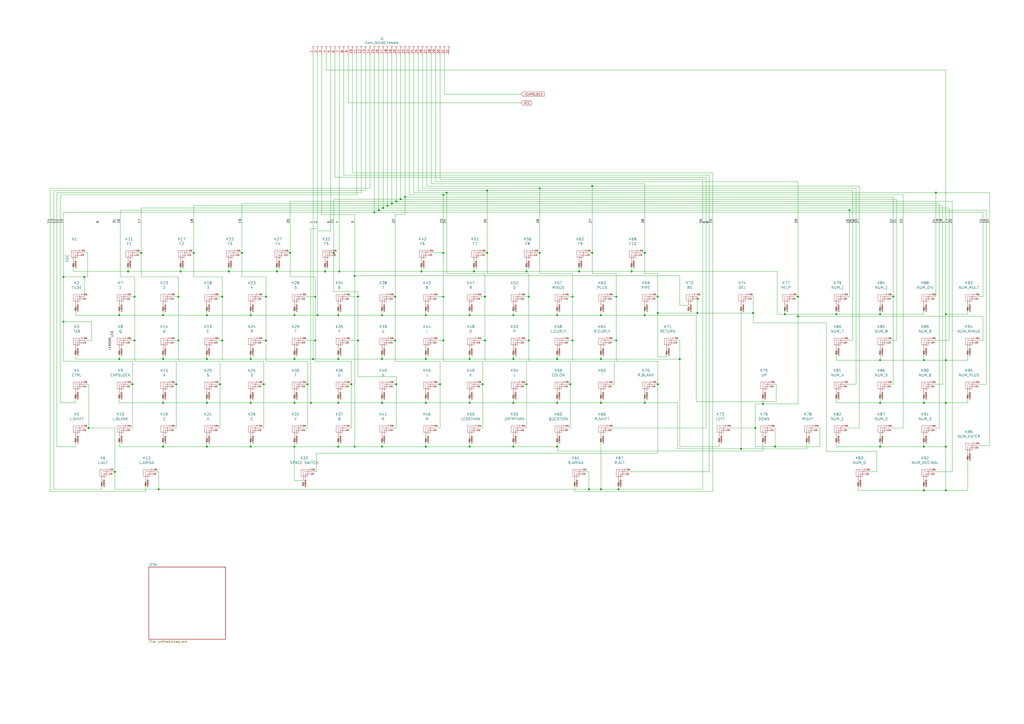
<source format=kicad_sch>
(kicad_sch (version 20231120) (generator "eeschema") (generator_version "8.0")
  (paper "A2")
  (junction (at 510.54 259.08))
  (junction (at 348.615 283.845))
  (junction (at 51.435 248.285))
  (junction (at 145.415 259.08))
  (junction (at 449.6018 259.08))
  (junction (at 196.215 233.68))
  (junction (at 442.595 234.315))
  (junction (at 257.175 146.685))
  (junction (at 221.615 182.88))
  (junction (at 196.215 208.28))
  (junction (at 272.415 208.28))
  (junction (at 247.015 233.68))
  (junction (at 48.895 160.655))
  (junction (at 548.64 259.08))
  (junction (at 74.295 157.48))
  (junction (at 272.415 233.68))
  (junction (at 203.835 222.885))
  (junction (at 510.54 208.915))
  (junction (at 374.015 182.88))
  (junction (at 281.305 197.485))
  (junction (at 305.435 222.885))
  (junction (at 297.815 208.28))
  (junction (at 222.25 120.65))
  (junction (at 348.615 208.28))
  (junction (at 94.615 208.28))
  (junction (at 343.535 107.95))
  (junction (at 160.655 157.48))
  (junction (at 224.79 119.38))
  (junction (at 205.74 160.02))
  (junction (at 128.905 197.485))
  (junction (at 381.635 222.885))
  (junction (at 104.775 157.48))
  (junction (at 227.33 118.11))
  (junction (at 394.335 208.28))
  (junction (at 306.705 197.485))
  (junction (at 548.64 182.245))
  (junction (at 341.63 283.845))
  (junction (at 455.295 182.245))
  (junction (at 81.915 146.685))
  (junction (at 548.64 233.68))
  (junction (at 120.015 208.28))
  (junction (at 153.035 222.885))
  (junction (at 170.815 259.08))
  (junction (at 313.055 109.22))
  (junction (at 247.015 259.08))
  (junction (at 244.475 157.48))
  (junction (at 94.615 259.08))
  (junction (at 305.435 157.48))
  (junction (at 330.835 222.885))
  (junction (at 357.505 197.485))
  (junction (at 170.815 233.68))
  (junction (at 232.41 115.57))
  (junction (at 69.215 182.88))
  (junction (at 323.215 182.88))
  (junction (at 358.775 283.845))
  (junction (at 196.85 157.48))
  (junction (at 381.5356 181.61))
  (junction (at 78.105 172.085))
  (junction (at 518.16 172.085))
  (junction (at 36.83 160.655))
  (junction (at 145.415 182.88))
  (junction (at 436.88 181.61))
  (junction (at 510.54 233.68))
  (junction (at 272.415 182.88))
  (junction (at 306.705 172.085))
  (junction (at 188.595 157.48))
  (junction (at 94.615 233.68))
  (junction (at 234.95 114.3))
  (junction (at 36.83 186.607))
  (junction (at 94.615 182.88))
  (junction (at 219.71 121.92))
  (junction (at 103.505 197.485))
  (junction (at 366.395 157.48))
  (junction (at 548.64 284.48))
  (junction (at 255.27 222.885))
  (junction (at 282.575 110.49))
  (junction (at 357.505 172.085))
  (junction (at 78.105 197.485))
  (junction (at 66.675 273.685))
  (junction (at 297.815 233.68))
  (junction (at 229.235 197.485))
  (junction (at 182.88 197.485))
  (junction (at 128.905 172.085))
  (junction (at 193.675 146.685))
  (junction (at 229.87 222.885))
  (junction (at 542.925 111.76))
  (junction (at 548.64 208.915))
  (junction (at 221.615 208.28))
  (junction (at 205.74 259.08))
  (junction (at 247.015 208.28))
  (junction (at 229.87 116.84))
  (junction (at 247.015 182.88))
  (junction (at 485.14 182.245))
  (junction (at 281.305 172.085))
  (junction (at 103.505 172.085))
  (junction (at 280.035 222.885))
  (junction (at 374.015 233.68))
  (junction (at 348.615 233.68))
  (junction (at 207.645 197.5185))
  (junction (at 374.015 146.685))
  (junction (at 323.215 208.28))
  (junction (at 120.015 182.88))
  (junction (at 112.395 146.685))
  (junction (at 127.635 222.885))
  (junction (at 535.94 284.48))
  (junction (at 154.305 197.485))
  (junction (at 170.815 208.28))
  (junction (at 180.34 233.68))
  (junction (at 492.76 121.92))
  (junction (at 323.215 259.08))
  (junction (at 535.94 259.08))
  (junction (at 381.5356 172.085))
  (junction (at 217.17 123.19))
  (junction (at 297.815 182.88))
  (junction (at 429.895 260.35))
  (junction (at 154.305 172.085))
  (junction (at 168.275 146.685))
  (junction (at 102.235 222.885))
  (junction (at 196.215 259.08))
  (junction (at 120.015 259.08))
  (junction (at 170.815 182.88))
  (junction (at 259.08 111.76))
  (junction (at 510.54 182.245))
  (junction (at 274.955 157.48))
  (junction (at 69.215 208.28))
  (junction (at 184.15 182.88))
  (junction (at 76.835 222.885))
  (junction (at 132.715 157.48))
  (junction (at 196.215 182.88))
  (junction (at 221.615 233.68))
  (junction (at 332.105 172.085))
  (junction (at 272.415 259.08))
  (junction (at 323.215 233.68))
  (junction (at 257.175 197.485))
  (junction (at 145.415 233.68))
  (junction (at 404.495 181.61))
  (junction (at 535.94 233.68))
  (junction (at 297.815 259.08))
  (junction (at 182.88 172.085))
  (junction (at 120.015 233.68))
  (junction (at 181.61 208.28))
  (junction (at 535.94 208.915))
  (junction (at 229.235 172.085))
  (junction (at 438.15 248.285))
  (junction (at 257.175 113.03))
  (junction (at 348.615 182.88))
  (junction (at 313.055 146.685))
  (junction (at 343.535 146.685))
  (junction (at 140.335 146.685))
  (junction (at 282.575 146.685))
  (junction (at 145.415 208.28))
  (junction (at 257.175 172.085))
  (junction (at 221.615 259.08))
  (junction (at 178.435 222.885))
  (junction (at 92.075 283.845))
  (junction (at 335.915 157.48))
  (junction (at 207.645 172.0482))
  (junction (at 462.915 172.085))
  (junction (at 332.105 197.485))
  (junction (at 462.915 183.515))
  (wire (pts (xy 184.15 132.715) (xy 180.34 132.715)))
  (wire (pts (xy 242.57 110.49) (xy 242.57 31.75)))
  (wire (pts (xy 323.215 233.68) (xy 348.615 233.68)))
  (wire (pts (xy 394.335 197.485) (xy 391.795 197.485)))
  (wire (pts (xy 332.105 197.485) (xy 332.105 172.085)))
  (wire (pts (xy 36.83 123.19) (xy 217.17 123.19)))
  (wire (pts (xy 548.64 233.68) (xy 548.64 259.08)))
  (wire (pts (xy 201.295 172.0482) (xy 201.295 172.085)))
  (wire (pts (xy 436.88 187.325) (xy 479.425 187.325)))
  (wire (pts (xy 247.015 202.565) (xy 247.015 208.28)))
  (wire (pts (xy 450.215 233.045) (xy 450.215 222.885)))
  (wire (pts (xy 170.815 259.08) (xy 196.215 259.08)))
  (wire (pts (xy 330.835 222.885) (xy 330.835 209.55)))
  (wire (pts (xy 180.975 273.685) (xy 183.515 273.685)))
  (wire (pts (xy 272.415 259.08) (xy 297.815 259.08)))
  (wire (pts (xy 170.815 208.28) (xy 181.61 208.28)))
  (wire (pts (xy 335.915 157.48) (xy 305.435 157.48)))
  (wire (pts (xy 180.34 233.68) (xy 196.215 233.68)))
  (wire (pts (xy 485.14 182.245) (xy 510.54 182.245)))
  (wire (pts (xy 31.115 110.49) (xy 212.09 110.49)))
  (wire (pts (xy 357.505 158.75) (xy 343.535 158.75)))
  (wire (pts (xy 561.34 233.68) (xy 561.34 227.965)))
  (wire (pts (xy 399.415 177.165) (xy 394.335 177.165)))
  (wire (pts (xy 247.015 259.08) (xy 272.415 259.08)))
  (wire (pts (xy 305.435 222.885) (xy 302.895 222.885)))
  (wire (pts (xy 272.415 182.88) (xy 297.815 182.88)))
  (wire (pts (xy 323.215 259.08) (xy 323.215 261.62)))
  (wire (pts (xy 485.14 259.08) (xy 510.54 259.08)))
  (wire (pts (xy 120.015 253.365) (xy 120.015 259.08)))
  (wire (pts (xy 357.505 172.085) (xy 353.695 172.085)))
  (wire (pts (xy 353.695 248.285) (xy 409.575 248.285)))
  (wire (pts (xy 323.215 227.965) (xy 323.215 233.68)))
  (wire (pts (xy 154.305 160.655) (xy 140.335 160.655)))
  (wire (pts (xy 193.675 115.57) (xy 232.41 115.57)))
  (wire (pts (xy 348.615 202.565) (xy 348.615 208.28)))
  (wire (pts (xy 381.5356 172.085) (xy 381.5356 158.75)))
  (wire (pts (xy 229.235 209.55) (xy 229.235 197.485)))
  (wire (pts (xy 222.25 120.65) (xy 222.25 31.75)))
  (wire (pts (xy 229.235 124.46) (xy 234.95 124.46)))
  (wire (pts (xy 103.505 209.55) (xy 103.505 197.485)))
  (wire (pts (xy 497.84 284.48) (xy 497.84 278.765)))
  (wire (pts (xy 561.34 208.915) (xy 561.34 202.565)))
  (wire (pts (xy 51.435 248.285) (xy 66.675 248.285)))
  (wire (pts (xy 497.84 284.48) (xy 535.94 284.48)))
  (wire (pts (xy 450.215 222.885) (xy 447.675 222.885)))
  (wire (pts (xy 84.455 285.115) (xy 29.21 285.115)))
  (wire (pts (xy 561.34 284.48) (xy 561.34 263.525)))
  (wire (pts (xy 247.65 107.95) (xy 247.65 31.75)))
  (wire (pts (xy 411.48 101.6) (xy 411.48 273.685)))
  (wire (pts (xy 297.815 182.88) (xy 323.215 182.88)))
  (wire (pts (xy 544.83 118.11) (xy 227.33 118.11)))
  (wire (pts (xy 371.475 146.685) (xy 374.015 146.685)))
  (wire (pts (xy 33.02 259.08) (xy 33.02 111.76)))
  (wire (pts (xy 515.62 248.285) (xy 523.875 248.285)))
  (wire (pts (xy 305.435 157.48) (xy 274.955 157.48)))
  (wire (pts (xy 343.535 146.685) (xy 343.535 107.95)))
  (wire (pts (xy 485.14 253.365) (xy 485.14 259.08)))
  (wire (pts (xy 570.23 123.19) (xy 570.23 172.085)))
  (wire (pts (xy 343.535 107.95) (xy 247.65 107.95)))
  (wire (pts (xy 357.505 197.485) (xy 353.695 197.485)))
  (wire (pts (xy 50.8 146.685) (xy 50.8 160.655)))
  (wire (pts (xy 69.215 177.165) (xy 69.215 182.88)))
  (wire (pts (xy 548.64 233.68) (xy 561.34 233.68)))
  (wire (pts (xy 523.875 113.03) (xy 257.175 113.03)))
  (wire (pts (xy 182.88 172.085) (xy 182.88 197.485)))
  (wire (pts (xy 120.015 177.165) (xy 120.015 182.88)))
  (wire (pts (xy 422.275 248.285) (xy 438.15 248.285)))
  (wire (pts (xy 150.495 248.285) (xy 153.035 248.285)))
  (wire (pts (xy 338.455 273.685) (xy 341.63 273.685)))
  (wire (pts (xy 449.6018 248.285) (xy 447.675 248.285)))
  (wire (pts (xy 282.575 146.685) (xy 282.575 110.49)))
  (wire (pts (xy 247.015 182.88) (xy 272.415 182.88)))
  (wire (pts (xy 120.015 208.28) (xy 145.415 208.28)))
  (wire (pts (xy 181.61 31.75) (xy 181.61 208.28)))
  (wire (pts (xy 203.835 222.885) (xy 203.835 209.55)))
  (wire (pts (xy 490.22 197.485) (xy 494.665 197.485)))
  (wire (pts (xy 381.635 209.55) (xy 357.505 209.55)))
  (wire (pts (xy 272.415 233.68) (xy 297.815 233.68)))
  (wire (pts (xy 548.64 208.915) (xy 561.34 208.915)))
  (wire (pts (xy 229.235 197.485) (xy 229.235 172.085)))
  (wire (pts (xy 69.85 121.92) (xy 219.71 121.92)))
  (wire (pts (xy 94.615 208.28) (xy 120.015 208.28)))
  (wire (pts (xy 330.835 248.285) (xy 330.835 222.885)))
  (wire (pts (xy 74.295 248.285) (xy 76.835 248.285)))
  (wire (pts (xy 566.42 222.885) (xy 572.135 222.885)))
  (wire (pts (xy 103.505 197.485) (xy 99.695 197.485)))
  (wire (pts (xy 552.45 273.685) (xy 552.45 116.84)))
  (wire (pts (xy 102.235 209.55) (xy 78.105 209.55)))
  (wire (pts (xy 240.03 111.76) (xy 240.03 31.75)))
  (wire (pts (xy 203.835 248.285) (xy 203.835 222.885)))
  (wire (pts (xy 43.815 208.28) (xy 43.815 202.565)))
  (wire (pts (xy 323.215 182.88) (xy 348.615 182.88)))
  (wire (pts (xy 436.88 172.085) (xy 436.88 181.61)))
  (wire (pts (xy 132.715 157.48) (xy 104.775 157.48)))
  (wire (pts (xy 94.615 233.68) (xy 120.015 233.68)))
  (wire (pts (xy 201.93 59.69) (xy 302.26 59.69)))
  (wire (pts (xy 515.62 172.085) (xy 518.16 172.085)))
  (wire (pts (xy 232.41 115.57) (xy 232.41 31.75)))
  (wire (pts (xy 204.47 100.33) (xy 204.47 31.75)))
  (wire (pts (xy 99.695 248.285) (xy 102.235 248.285)))
  (wire (pts (xy 154.305 172.085) (xy 154.305 197.485)))
  (wire (pts (xy 438.15 248.285) (xy 438.15 259.08)))
  (wire (pts (xy 496.57 222.885) (xy 496.57 109.22)))
  (wire (pts (xy 247.015 182.88) (xy 247.015 177.165)))
  (wire (pts (xy 234.95 114.3) (xy 518.16 114.3)))
  (wire (pts (xy 306.705 172.085) (xy 306.705 197.485)))
  (wire (pts (xy 281.305 197.485) (xy 277.495 197.485)))
  (wire (pts (xy 175.895 172.085) (xy 182.88 172.085)))
  (wire (pts (xy 570.23 172.085) (xy 566.42 172.085)))
  (wire (pts (xy 104.775 151.765) (xy 104.775 157.48)))
  (wire (pts (xy 203.835 222.885) (xy 201.295 222.885)))
  (wire (pts (xy 47.625 146.685) (xy 50.8 146.685)))
  (wire (pts (xy 160.655 157.48) (xy 132.715 157.48)))
  (wire (pts (xy 193.675 146.685) (xy 193.675 169.1405)))
  (wire (pts (xy 207.645 197.5185) (xy 201.295 197.5185)))
  (wire (pts (xy 234.95 114.3) (xy 234.95 31.75)))
  (wire (pts (xy 154.305 197.485) (xy 150.495 197.485)))
  (wire (pts (xy 485.14 177.165) (xy 485.14 182.245)))
  (wire (pts (xy 356.235 209.55) (xy 332.105 209.55)))
  (wire (pts (xy 224.79 119.38) (xy 224.79 31.75)))
  (wire (pts (xy 48.895 172.085) (xy 48.895 160.655)))
  (wire (pts (xy 417.195 259.08) (xy 417.195 253.365)))
  (wire (pts (xy 282.575 110.49) (xy 242.57 110.49)))
  (wire (pts (xy 69.215 227.965) (xy 69.215 233.68)))
  (wire (pts (xy 323.215 208.28) (xy 348.615 208.28)))
  (wire (pts (xy 510.54 177.165) (xy 510.54 182.245)))
  (wire (pts (xy 438.15 234.315) (xy 442.595 234.315)))
  (wire (pts (xy 281.305 172.085) (xy 281.305 158.75)))
  (wire (pts (xy 541.02 273.685) (xy 552.45 273.685)))
  (wire (pts (xy 305.435 222.885) (xy 305.435 209.55)))
  (wire (pts (xy 552.45 116.84) (xy 229.87 116.84)))
  (wire (pts (xy 272.415 177.165) (xy 272.415 182.88)))
  (wire (pts (xy 207.645 218.6008) (xy 229.87 218.6008)))
  (wire (pts (xy 282.575 146.685) (xy 282.575 158.75)))
  (wire (pts (xy 219.71 121.92) (xy 219.71 31.75)))
  (wire (pts (xy 128.905 197.485) (xy 125.095 197.485)))
  (wire (pts (xy 335.915 151.765) (xy 335.915 157.48)))
  (wire (pts (xy 297.815 202.565) (xy 297.815 208.28)))
  (wire (pts (xy 467.995 260.35) (xy 429.895 260.35)))
  (wire (pts (xy 407.67 104.14) (xy 407.67 283.845)))
  (wire (pts (xy 566.42 197.485) (xy 570.23 197.485)))
  (wire (pts (xy 490.22 172.085) (xy 492.76 172.085)))
  (wire (pts (xy 381.635 222.885) (xy 379.095 222.885)))
  (wire (pts (xy 250.19 106.68) (xy 250.19 31.75)))
  (wire (pts (xy 381.635 222.885) (xy 381.635 209.55)))
  (wire (pts (xy 128.905 172.085) (xy 125.095 172.085)))
  (wire (pts (xy 229.87 116.84) (xy 229.87 31.75)))
  (wire (pts (xy 438.15 248.285) (xy 438.15 234.315)))
  (wire (pts (xy 281.305 172.085) (xy 281.305 197.485)))
  (wire (pts (xy 188.595 157.48) (xy 160.655 157.48)))
  (wire (pts (xy 374.015 182.88) (xy 374.015 177.165)))
  (wire (pts (xy 125.095 248.285) (xy 127.635 248.285)))
  (wire (pts (xy 196.215 208.28) (xy 221.615 208.28)))
  (wire (pts (xy 413.385 100.33) (xy 204.47 100.33)))
  (wire (pts (xy 394.335 208.28) (xy 394.335 259.08)))
  (wire (pts (xy 103.505 160.655) (xy 103.505 172.085)))
  (wire (pts (xy 381.5356 172.085) (xy 379.095 172.085)))
  (wire (pts (xy 229.235 172.085) (xy 226.695 172.085)))
  (wire (pts (xy 462.915 183.515) (xy 462.915 234.315)))
  (wire (pts (xy 43.815 182.88) (xy 69.215 182.88)))
  (wire (pts (xy 305.435 209.55) (xy 281.305 209.55)))
  (wire (pts (xy 255.27 222.885) (xy 252.095 222.885)))
  (wire (pts (xy 257.175 172.085) (xy 257.175 197.485)))
  (wire (pts (xy 542.925 111.76) (xy 259.08 111.76)))
  (wire (pts (xy 255.27 104.14) (xy 407.67 104.14)))
  (wire (pts (xy 510.54 233.68) (xy 510.54 227.965)))
  (wire (pts (xy 518.16 172.085) (xy 518.16 222.885)))
  (wire (pts (xy 221.615 208.28) (xy 247.015 208.28)))
  (wire (pts (xy 199.39 31.75) (xy 199.39 101.6)))
  (wire (pts (xy 217.17 123.19) (xy 217.17 31.75)))
  (wire (pts (xy 120.015 233.68) (xy 145.415 233.68)))
  (wire (pts (xy 140.335 118.11) (xy 227.33 118.11)))
  (wire (pts (xy 66.675 248.285) (xy 66.675 273.685)))
  (wire (pts (xy 193.675 146.685) (xy 193.675 115.57)))
  (wire (pts (xy 69.215 259.08) (xy 94.615 259.08)))
  (wire (pts (xy 297.815 208.28) (xy 323.215 208.28)))
  (wire (pts (xy 479.425 187.325) (xy 479.425 261.7639)))
  (wire (pts (xy 247.015 253.365) (xy 247.015 259.08)))
  (wire (pts (xy 535.94 208.915) (xy 548.64 208.915)))
  (wire (pts (xy 128.905 172.085) (xy 128.905 160.655)))
  (wire (pts (xy 255.27 222.885) (xy 255.27 209.55)))
  (wire (pts (xy 74.295 151.765) (xy 74.295 157.48)))
  (wire (pts (xy 191.77 31.75) (xy 191.77 133.985)))
  (wire (pts (xy 120.015 202.565) (xy 120.015 208.28)))
  (wire (pts (xy 252.095 172.085) (xy 257.175 172.085)))
  (wire (pts (xy 43.815 259.08) (xy 33.02 259.08)))
  (wire (pts (xy 462.915 172.085) (xy 462.915 105.41)))
  (wire (pts (xy 112.395 119.38) (xy 224.79 119.38)))
  (wire (pts (xy 94.615 253.365) (xy 94.615 259.08)))
  (wire (pts (xy 153.035 248.285) (xy 153.035 222.885)))
  (wire (pts (xy 191.77 133.985) (xy 184.15 133.985)))
  (wire (pts (xy 544.83 248.285) (xy 544.83 118.11)))
  (wire (pts (xy 196.85 157.48) (xy 188.595 157.48)))
  (wire (pts (xy 209.55 111.76) (xy 209.55 31.75)))
  (wire (pts (xy 257.81 54.61) (xy 302.26 54.61)))
  (wire (pts (xy 170.815 253.365) (xy 170.815 259.08)))
  (wire (pts (xy 207.01 113.03) (xy 207.01 31.75)))
  (wire (pts (xy 36.83 160.655) (xy 36.83 123.19)))
  (wire (pts (xy 341.63 273.685) (xy 341.63 283.845)))
  (wire (pts (xy 140.335 146.685) (xy 137.795 146.685)))
  (wire (pts (xy 297.815 227.965) (xy 297.815 233.68)))
  (wire (pts (xy 189.23 31.75) (xy 189.23 40.64)))
  (wire (pts (xy 217.17 123.19) (xy 570.23 123.19)))
  (wire (pts (xy 259.08 111.76) (xy 240.03 111.76)))
  (wire (pts (xy 51.435 222.885) (xy 51.435 248.285)))
  (wire (pts (xy 182.88 160.655) (xy 182.88 172.085)))
  (wire (pts (xy 510.54 208.915) (xy 510.54 202.565)))
  (wire (pts (xy 541.02 172.085) (xy 542.925 172.085)))
  (wire (pts (xy 381.635 262.89) (xy 381.635 222.885)))
  (wire (pts (xy 229.87 218.6008) (xy 229.87 222.885)))
  (wire (pts (xy 257.175 146.685) (xy 249.555 146.685)))
  (wire (pts (xy 374.015 146.685) (xy 374.015 106.68)))
  (wire (pts (xy 168.275 116.84) (xy 229.87 116.84)))
  (wire (pts (xy 403.86 182.88) (xy 403.86 233.045)))
  (wire (pts (xy 541.02 197.485) (xy 550.545 197.485)))
  (wire (pts (xy 462.915 234.315) (xy 442.595 234.315)))
  (wire (pts (xy 306.705 197.485) (xy 302.895 197.485)))
  (wire (pts (xy 170.815 278.765) (xy 175.895 278.765)))
  (wire (pts (xy 467.995 253.365) (xy 467.995 260.35)))
  (wire (pts (xy 302.895 248.285) (xy 305.435 248.285)))
  (wire (pts (xy 348.615 227.965) (xy 348.615 233.68)))
  (wire (pts (xy 455.295 182.245) (xy 485.14 182.245)))
  (wire (pts (xy 247.015 227.965) (xy 247.015 233.68)))
  (wire (pts (xy 332.105 172.085) (xy 332.105 158.75)))
  (wire (pts (xy 78.105 172.085) (xy 78.105 197.485)))
  (wire (pts (xy 357.505 197.485) (xy 357.505 172.085)))
  (wire (pts (xy 69.215 208.28) (xy 94.615 208.28)))
  (wire (pts (xy 520.065 115.57) (xy 232.41 115.57)))
  (wire (pts (xy 193.675 169.1405) (xy 207.645 169.1405)))
  (wire (pts (xy 332.105 197.485) (xy 328.295 197.485)))
  (wire (pts (xy 535.94 284.48) (xy 548.64 284.48)))
  (wire (pts (xy 404.495 172.085) (xy 404.495 181.61)))
  (wire (pts (xy 485.14 208.915) (xy 510.54 208.915)))
  (wire (pts (xy 462.915 105.41) (xy 252.73 105.41)))
  (wire (pts (xy 145.415 253.365) (xy 145.415 259.08)))
  (wire (pts (xy 234.95 124.46) (xy 234.95 114.3)))
  (wire (pts (xy 145.415 182.88) (xy 170.815 182.88)))
  (wire (pts (xy 182.88 197.485) (xy 175.895 197.485)))
  (wire (pts (xy 78.105 172.085) (xy 78.105 160.655)))
  (wire (pts (xy 229.235 172.085) (xy 229.235 124.46)))
  (wire (pts (xy 306.705 209.55) (xy 306.705 197.485)))
  (wire (pts (xy 323.215 177.165) (xy 323.215 182.88)))
  (wire (pts (xy 498.475 248.285) (xy 498.475 107.95)))
  (wire (pts (xy 145.415 227.965) (xy 145.415 233.68)))
  (wire (pts (xy 535.94 284.48) (xy 535.94 278.765)))
  (wire (pts (xy 348.615 182.88) (xy 374.015 182.88)))
  (wire (pts (xy 546.735 119.38) (xy 224.79 119.38)))
  (wire (pts (xy 229.87 222.885) (xy 226.695 222.885)))
  (wire (pts (xy 510.54 182.245) (xy 535.94 182.245)))
  (wire (pts (xy 280.035 222.885) (xy 280.035 209.55)))
  (wire (pts (xy 186.69 124.46) (xy 205.74 124.46)))
  (wire (pts (xy 207.645 172.0482) (xy 201.295 172.0482)))
  (wire (pts (xy 255.27 31.75) (xy 255.27 104.14)))
  (wire (pts (xy 561.34 177.165) (xy 561.34 182.245)))
  (wire (pts (xy 178.435 222.885) (xy 178.435 209.55)))
  (wire (pts (xy 413.385 285.115) (xy 413.385 100.33)))
  (wire (pts (xy 221.615 177.165) (xy 221.615 182.88)))
  (wire (pts (xy 181.61 208.28) (xy 196.215 208.28)))
  (wire (pts (xy 541.02 248.285) (xy 544.83 248.285)))
  (wire (pts (xy 112.395 160.655) (xy 112.395 146.685)))
  (wire (pts (xy 485.14 227.965) (xy 485.14 233.68)))
  (wire (pts (xy 48.895 160.655) (xy 36.83 160.655)))
  (wire (pts (xy 128.905 160.655) (xy 112.395 160.655)))
  (wire (pts (xy 393.065 233.68) (xy 374.015 233.68)))
  (wire (pts (xy 297.815 177.165) (xy 297.815 182.88)))
  (wire (pts (xy 436.88 181.61) (xy 404.495 181.61)))
  (wire (pts (xy 277.495 172.085) (xy 281.305 172.085)))
  (wire (pts (xy 442.595 261.62) (xy 442.595 253.365)))
  (wire (pts (xy 78.105 160.655) (xy 69.85 160.655)))
  (wire (pts (xy 438.15 259.08) (xy 449.6018 259.08)))
  (wire (pts (xy 518.16 172.085) (xy 518.16 114.3)))
  (wire (pts (xy 153.035 222.885) (xy 150.495 222.885)))
  (wire (pts (xy 194.31 102.87) (xy 194.31 31.75)))
  (wire (pts (xy 188.595 151.765) (xy 188.595 157.48)))
  (wire (pts (xy 59.055 278.765) (xy 59.055 283.845)))
  (wire (pts (xy 170.815 177.165) (xy 170.815 182.88)))
  (wire (pts (xy 205.74 160.02) (xy 205.74 259.08)))
  (wire (pts (xy 386.715 202.565) (xy 386.715 207.01)))
  (wire (pts (xy 394.335 160.02) (xy 205.74 160.02)))
  (wire (pts (xy 127.635 222.885) (xy 127.635 209.55)))
  (wire (pts (xy 252.095 248.285) (xy 255.27 248.285)))
  (wire (pts (xy 546.735 222.885) (xy 546.735 119.38)))
  (wire (pts (xy 79.375 146.685) (xy 81.915 146.685)))
  (wire (pts (xy 510.54 208.915) (xy 535.94 208.915)))
  (wire (pts (xy 170.815 233.68) (xy 180.34 233.68)))
  (wire (pts (xy 494.665 197.485) (xy 494.665 110.49)))
  (wire (pts (xy 434.975 172.085) (xy 436.88 172.085)))
  (wire (pts (xy 247.015 233.68) (xy 272.415 233.68)))
  (wire (pts (xy 33.02 111.76) (xy 209.55 111.76)))
  (wire (pts (xy 182.88 209.55) (xy 182.88 197.485)))
  (wire (pts (xy 43.815 208.28) (xy 69.215 208.28)))
  (wire (pts (xy 196.215 259.08) (xy 205.74 259.08)))
  (wire (pts (xy 201.93 31.75) (xy 201.93 59.69)))
  (wire (pts (xy 490.22 222.885) (xy 496.57 222.885)))
  (wire (pts (xy 510.54 259.08) (xy 510.54 253.365)))
  (wire (pts (xy 128.905 209.55) (xy 128.905 197.485)))
  (wire (pts (xy 74.295 157.48) (xy 42.545 157.48)))
  (wire (pts (xy 237.49 113.03) (xy 237.49 31.75)))
  (wire (pts (xy 221.615 259.08) (xy 247.015 259.08)))
  (wire (pts (xy 227.33 118.11) (xy 227.33 31.75)))
  (wire (pts (xy 154.305 172.085) (xy 154.305 160.655)))
  (wire (pts (xy 343.535 158.75) (xy 343.535 146.685)))
  (wire (pts (xy 357.505 172.085) (xy 357.505 158.75)))
  (wire (pts (xy 178.435 209.55) (xy 154.305 209.55)))
  (wire (pts (xy 50.8 160.655) (xy 48.895 160.655)))
  (wire (pts (xy 140.335 160.655) (xy 140.335 146.685)))
  (wire (pts (xy 297.815 233.68) (xy 323.215 233.68)))
  (wire (pts (xy 203.835 209.55) (xy 182.88 209.55)))
  (wire (pts (xy 196.215 227.965) (xy 196.215 233.68)))
  (wire (pts (xy 280.035 248.285) (xy 280.035 222.885)))
  (wire (pts (xy 366.395 151.765) (xy 366.395 157.48)))
  (wire (pts (xy 570.23 183.515) (xy 462.915 183.515)))
  (wire (pts (xy 436.88 181.61) (xy 436.88 187.325)))
  (wire (pts (xy 386.715 207.01) (xy 381.5356 207.01)))
  (wire (pts (xy 145.415 177.165) (xy 145.415 182.88)))
  (wire (pts (xy 76.835 248.285) (xy 76.835 222.885)))
  (wire (pts (xy 313.055 146.685) (xy 310.515 146.685)))
  (wire (pts (xy 36.83 209.55) (xy 76.835 209.55)))
  (wire (pts (xy 29.21 285.115) (xy 29.21 109.22)))
  (wire (pts (xy 535.94 182.245) (xy 535.94 177.165)))
  (wire (pts (xy 221.615 233.68) (xy 221.615 227.965)))
  (wire (pts (xy 99.695 172.085) (xy 103.505 172.085)))
  (wire (pts (xy 561.34 182.245) (xy 548.64 182.245)))
  (wire (pts (xy 245.11 109.22) (xy 245.11 31.75)))
  (wire (pts (xy 84.455 278.765) (xy 84.455 285.115)))
  (wire (pts (xy 535.94 208.915) (xy 535.94 202.565)))
  (wire (pts (xy 330.835 222.885) (xy 328.295 222.885)))
  (wire (pts (xy 358.775 283.845) (xy 358.775 278.765)))
  (wire (pts (xy 374.015 106.68) (xy 250.19 106.68)))
  (wire (pts (xy 550.545 197.485) (xy 550.545 120.65)))
  (wire (pts (xy 272.415 208.28) (xy 297.815 208.28)))
  (wire (pts (xy 127.635 222.885) (xy 125.095 222.885)))
  (wire (pts (xy 411.48 273.685) (xy 363.855 273.685)))
  (wire (pts (xy 450.85 157.48) (xy 366.395 157.48)))
  (wire (pts (xy 374.015 233.68) (xy 374.015 227.965)))
  (wire (pts (xy 29.21 109.22) (xy 214.63 109.22)))
  (wire (pts (xy 542.925 172.085) (xy 542.925 111.76)))
  (wire (pts (xy 574.04 258.445) (xy 574.04 111.76)))
  (wire (pts (xy 348.615 283.845) (xy 358.775 283.845)))
  (wire (pts (xy 81.915 146.685) (xy 81.915 160.655)))
  (wire (pts (xy 252.73 105.41) (xy 252.73 31.75)))
  (wire (pts (xy 145.415 233.68) (xy 170.815 233.68)))
  (wire (pts (xy 36.83 186.607) (xy 53.2726 186.607)))
  (wire (pts (xy 205.74 124.46) (xy 205.74 160.02)))
  (wire (pts (xy 548.64 284.48) (xy 561.34 284.48)))
  (wire (pts (xy 274.955 151.765) (xy 274.955 157.48)))
  (wire (pts (xy 76.835 222.885) (xy 74.295 222.885)))
  (wire (pts (xy 442.595 234.315) (xy 442.595 227.965)))
  (wire (pts (xy 541.02 222.885) (xy 546.735 222.885)))
  (wire (pts (xy 280.035 146.685) (xy 282.575 146.685)))
  (wire (pts (xy 94.615 202.565) (xy 94.615 208.28)))
  (wire (pts (xy 66.675 273.685) (xy 64.135 273.685)))
  (wire (pts (xy 348.615 253.365) (xy 348.615 283.845)))
  (wire (pts (xy 59.055 283.845) (xy 31.115 283.845)))
  (wire (pts (xy 535.94 259.08) (xy 535.94 253.365)))
  (wire (pts (xy 496.57 109.22) (xy 313.055 109.22)))
  (wire (pts (xy 281.305 158.75) (xy 259.08 158.75)))
  (wire (pts (xy 196.85 157.48) (xy 244.475 157.48)))
  (wire (pts (xy 120.015 227.965) (xy 120.015 233.68)))
  (wire (pts (xy 381.5356 181.61) (xy 381.5356 172.085)))
  (wire (pts (xy 43.815 233.68) (xy 34.925 233.68)))
  (wire (pts (xy 196.215 208.28) (xy 196.215 202.565)))
  (wire (pts (xy 78.105 197.485) (xy 74.295 197.485)))
  (wire (pts (xy 407.67 283.845) (xy 358.775 283.845)))
  (wire (pts (xy 184.15 182.88) (xy 196.215 182.88)))
  (wire (pts (xy 178.435 248.285) (xy 178.435 222.885)))
  (wire (pts (xy 94.615 177.165) (xy 94.615 182.88)))
  (wire (pts (xy 393.065 260.35) (xy 393.065 233.68)))
  (wire (pts (xy 332.105 158.75) (xy 313.055 158.75)))
  (wire (pts (xy 510.54 233.68) (xy 535.94 233.68)))
  (wire (pts (xy 92.075 283.845) (xy 92.075 273.685)))
  (wire (pts (xy 244.475 157.48) (xy 244.475 151.765)))
  (wire (pts (xy 196.215 182.88) (xy 196.215 177.165)))
  (wire (pts (xy 36.83 186.607) (xy 36.83 209.55)))
  (wire (pts (xy 214.63 109.22) (xy 214.63 31.75)))
  (wire (pts (xy 31.115 283.845) (xy 31.115 110.49)))
  (wire (pts (xy 103.505 172.085) (xy 103.505 197.485)))
  (wire (pts (xy 128.905 197.485) (xy 128.905 172.085)))
  (wire (pts (xy 104.775 157.48) (xy 74.295 157.48)))
  (wire (pts (xy 535.94 233.68) (xy 548.64 233.68)))
  (wire (pts (xy 244.475 157.48) (xy 274.955 157.48)))
  (wire (pts (xy 341.63 283.845) (xy 348.615 283.845)))
  (wire (pts (xy 366.395 157.48) (xy 335.915 157.48)))
  (wire (pts (xy 180.34 132.715) (xy 180.34 233.68)))
  (wire (pts (xy 199.39 101.6) (xy 411.48 101.6)))
  (wire (pts (xy 120.015 182.88) (xy 145.415 182.88)))
  (wire (pts (xy 221.615 233.68) (xy 247.015 233.68)))
  (wire (pts (xy 341.63 283.845) (xy 92.075 283.845)))
  (wire (pts (xy 221.615 202.565) (xy 221.615 208.28)))
  (wire (pts (xy 36.83 160.655) (xy 36.83 186.607)))
  (wire (pts (xy 508.635 273.685) (xy 502.92 273.685)))
  (wire (pts (xy 94.615 233.68) (xy 94.615 227.965)))
  (wire (pts (xy 102.235 248.285) (xy 102.235 222.885)))
  (wire (pts (xy 34.925 113.03) (xy 207.01 113.03)))
  (wire (pts (xy 535.94 259.08) (xy 548.64 259.08)))
  (wire (pts (xy 520.065 197.485) (xy 520.065 115.57)))
  (wire (pts (xy 475.615 248.285) (xy 473.075 248.285)))
  (wire (pts (xy 394.335 208.28) (xy 394.335 197.485)))
  (wire (pts (xy 184.15 133.985) (xy 184.15 182.88)))
  (wire (pts (xy 140.335 146.685) (xy 140.335 118.11)))
  (wire (pts (xy 374.015 146.685) (xy 374.015 158.75)))
  (wire (pts (xy 150.495 172.085) (xy 154.305 172.085)))
  (wire (pts (xy 548.64 182.245) (xy 548.64 208.915)))
  (wire (pts (xy 221.615 182.88) (xy 247.015 182.88)))
  (wire (pts (xy 548.64 233.68) (xy 548.64 208.915)))
  (wire (pts (xy 145.415 208.28) (xy 170.815 208.28)))
  (wire (pts (xy 207.645 169.1405) (xy 207.645 172.0482)))
  (wire (pts (xy 168.275 116.84) (xy 168.275 146.685)))
  (wire (pts (xy 455.295 182.245) (xy 450.85 182.245)))
  (wire (pts (xy 566.42 258.445) (xy 574.04 258.445)))
  (wire (pts (xy 523.875 248.285) (xy 523.875 113.03)))
  (wire (pts (xy 196.85 31.75) (xy 196.85 157.48)))
  (wire (pts (xy 455.295 177.165) (xy 455.295 182.245)))
  (wire (pts (xy 535.94 233.68) (xy 535.94 227.965)))
  (wire (pts (xy 313.055 158.75) (xy 313.055 146.685)))
  (wire (pts (xy 348.615 233.68) (xy 374.015 233.68)))
  (wire (pts (xy 92.075 283.845) (xy 66.675 283.845)))
  (wire (pts (xy 53.2726 197.485) (xy 48.895 197.485)))
  (wire (pts (xy 69.215 233.68) (xy 94.615 233.68)))
  (wire (pts (xy 353.695 222.885) (xy 356.235 222.885)))
  (wire (pts (xy 257.175 209.55) (xy 257.175 197.485)))
  (wire (pts (xy 282.575 158.75) (xy 306.705 158.75)))
  (wire (pts (xy 207.645 172.0482) (xy 207.645 197.5185)))
  (wire (pts (xy 168.275 146.685) (xy 168.275 160.655)))
  (wire (pts (xy 333.375 285.115) (xy 413.385 285.115)))
  (wire (pts (xy 409.575 248.285) (xy 409.575 102.87)))
  (wire (pts (xy 272.415 253.365) (xy 272.415 259.08)))
  (wire (pts (xy 272.415 227.965) (xy 272.415 233.68)))
  (wire (pts (xy 492.76 172.085) (xy 492.76 121.92)))
  (wire (pts (xy 127.635 248.285) (xy 127.635 222.885)))
  (wire (pts (xy 81.915 146.685) (xy 81.915 120.65)))
  (wire (pts (xy 381.5356 158.75) (xy 374.015 158.75)))
  (wire (pts (xy 257.175 146.685) (xy 257.175 172.085)))
  (wire (pts (xy 280.035 209.55) (xy 257.175 209.55)))
  (wire (pts (xy 178.435 222.885) (xy 175.895 222.885)))
  (wire (pts (xy 332.105 209.55) (xy 332.105 197.485)))
  (wire (pts (xy 332.105 172.085) (xy 328.295 172.085)))
  (wire (pts (xy 297.815 253.365) (xy 297.815 259.08)))
  (wire (pts (xy 394.335 177.165) (xy 394.335 160.02)))
  (wire (pts (xy 508.635 261.7639) (xy 479.425 261.7639)))
  (wire (pts (xy 490.22 248.285) (xy 498.475 248.285)))
  (wire (pts (xy 305.435 248.285) (xy 305.435 222.885)))
  (wire (pts (xy 196.215 233.68) (xy 221.615 233.68)))
  (wire (pts (xy 94.615 259.08) (xy 120.015 259.08)))
  (wire (pts (xy 305.435 151.765) (xy 305.435 157.48)))
  (wire (pts (xy 255.27 248.285) (xy 255.27 222.885)))
  (wire (pts (xy 313.055 146.685) (xy 313.055 109.22)))
  (wire (pts (xy 48.895 248.285) (xy 51.435 248.285)))
  (wire (pts (xy 297.815 259.08) (xy 323.215 259.08)))
  (wire (pts (xy 229.87 248.285) (xy 226.695 248.285)))
  (wire (pts (xy 277.495 248.285) (xy 280.035 248.285)))
  (wire (pts (xy 429.895 260.35) (xy 393.065 260.35)))
  (wire (pts (xy 348.615 208.28) (xy 394.335 208.28)))
  (wire (pts (xy 403.86 233.045) (xy 450.215 233.045)))
  (wire (pts (xy 247.015 208.28) (xy 272.415 208.28)))
  (wire (pts (xy 120.015 259.08) (xy 145.415 259.08)))
  (wire (pts (xy 229.235 197.485) (xy 226.695 197.485)))
  (wire (pts (xy 409.575 102.87) (xy 194.31 102.87)))
  (wire (pts (xy 348.615 177.165) (xy 348.615 182.88)))
  (wire (pts (xy 94.615 182.88) (xy 120.015 182.88)))
  (wire (pts (xy 475.615 259.08) (xy 475.615 248.285)))
  (wire (pts (xy 196.215 253.365) (xy 196.215 259.08)))
  (wire (pts (xy 207.645 197.5185) (xy 207.645 218.6008)))
  (wire (pts (xy 515.62 197.485) (xy 520.065 197.485)))
  (wire (pts (xy 201.295 248.285) (xy 203.835 248.285)))
  (wire (pts (xy 183.515 262.89) (xy 381.635 262.89)))
  (wire (pts (xy 205.74 259.08) (xy 221.615 259.08)))
  (wire (pts (xy 102.235 222.885) (xy 102.235 209.55)))
  (wire (pts (xy 170.815 259.08) (xy 170.815 278.765)))
  (wire (pts (xy 449.6018 259.08) (xy 475.615 259.08)))
  (wire (pts (xy 112.395 146.685) (xy 112.395 119.38)))
  (wire (pts (xy 81.915 160.655) (xy 103.505 160.655)))
  (wire (pts (xy 356.235 222.885) (xy 356.235 209.55)))
  (wire (pts (xy 196.215 182.88) (xy 221.615 182.88)))
  (wire (pts (xy 462.915 172.085) (xy 460.375 172.085)))
  (wire (pts (xy 323.215 261.62) (xy 442.595 261.62)))
  (wire (pts (xy 570.23 197.485) (xy 570.23 183.515)))
  (wire (pts (xy 153.035 209.55) (xy 128.905 209.55)))
  (wire (pts (xy 43.815 177.165) (xy 43.815 182.88)))
  (wire (pts (xy 168.275 160.655) (xy 182.88 160.655)))
  (wire (pts (xy 313.055 109.22) (xy 245.11 109.22)))
  (wire (pts (xy 42.545 157.48) (xy 42.545 151.765)))
  (wire (pts (xy 574.04 111.76) (xy 542.925 111.76)))
  (wire (pts (xy 498.475 107.95) (xy 343.535 107.95)))
  (wire (pts (xy 170.815 202.565) (xy 170.815 208.28)))
  (wire (pts (xy 145.415 259.08) (xy 170.815 259.08)))
  (wire (pts (xy 450.85 182.245) (xy 450.85 157.48)))
  (wire (pts (xy 112.395 146.685) (xy 109.855 146.685)))
  (wire (pts (xy 170.815 227.965) (xy 170.815 233.68)))
  (wire (pts (xy 323.215 259.08) (xy 323.215 253.365)))
  (wire (pts (xy 34.925 233.68) (xy 34.925 113.03)))
  (wire (pts (xy 69.215 182.88) (xy 94.615 182.88)))
  (wire (pts (xy 548.64 259.08) (xy 548.64 284.48)))
  (wire (pts (xy 281.305 209.55) (xy 281.305 197.485)))
  (wire (pts (xy 153.035 222.885) (xy 153.035 209.55)))
  (wire (pts (xy 343.535 146.685) (xy 340.995 146.685)))
  (wire (pts (xy 184.15 31.75) (xy 184.15 132.715)))
  (wire (pts (xy 78.105 209.55) (xy 78.105 197.485)))
  (wire (pts (xy 257.175 197.485) (xy 252.095 197.485)))
  (wire (pts (xy 357.505 209.55) (xy 357.505 197.485)))
  (wire (pts (xy 132.715 151.765) (xy 132.715 157.48)))
  (wire (pts (xy 374.015 182.88) (xy 403.86 182.88)))
  (wire (pts (xy 229.87 222.885) (xy 229.87 248.285)))
  (wire (pts (xy 81.915 120.65) (xy 222.25 120.65)))
  (wire (pts (xy 548.64 40.64) (xy 548.64 182.245)))
  (wire (pts (xy 189.23 40.64) (xy 548.64 40.64)))
  (wire (pts (xy 449.6018 259.08) (xy 449.6018 248.285)))
  (wire (pts (xy 394.335 259.08) (xy 417.195 259.08)))
  (wire (pts (xy 219.71 121.92) (xy 492.76 121.92)))
  (wire (pts (xy 76.835 222.885) (xy 76.835 209.55)))
  (wire (pts (xy 145.415 202.565) (xy 145.415 208.28)))
  (wire (pts (xy 66.675 283.845) (xy 66.675 273.685)))
  (wire (pts (xy 259.08 158.75) (xy 259.08 111.76)))
  (wire (pts (xy 381.5356 181.61) (xy 381.5356 207.01)))
  (wire (pts (xy 170.815 182.88) (xy 184.15 182.88)))
  (wire (pts (xy 330.835 209.55) (xy 306.705 209.55)))
  (wire (pts (xy 69.215 208.28) (xy 69.215 202.565)))
  (wire (pts (xy 510.54 259.08) (xy 535.94 259.08)))
  (wire (pts (xy 429.895 177.165) (xy 429.895 260.35)))
  (wire (pts (xy 175.895 248.285) (xy 178.435 248.285)))
  (wire (pts (xy 272.415 202.565) (xy 272.415 208.28)))
  (wire (pts (xy 154.305 209.55) (xy 154.305 197.485)))
  (wire (pts (xy 212.09 110.49) (xy 212.09 31.75)))
  (wire (pts (xy 323.215 202.565) (xy 323.215 208.28)))
  (wire (pts (xy 186.69 31.75) (xy 186.69 124.46)))
  (wire (pts (xy 255.27 209.55) (xy 229.235 209.55)))
  (wire (pts (xy 257.81 31.75) (xy 257.81 54.61)))
  (wire (pts (xy 160.655 151.765) (xy 160.655 157.48)))
  (wire (pts (xy 328.295 248.285) (xy 330.835 248.285)))
  (wire (pts (xy 404.495 181.61) (xy 381.5356 181.61)))
  (wire (pts (xy 43.815 253.365) (xy 43.815 259.08)))
  (wire (pts (xy 74.295 172.085) (xy 78.105 172.085)))
  (wire (pts (xy 518.16 222.885) (xy 515.62 222.885)))
  (wire (pts (xy 127.635 209.55) (xy 103.505 209.55)))
  (wire (pts (xy 53.2726 186.607) (xy 53.2726 197.485)))
  (wire (pts (xy 183.515 273.685) (xy 183.515 262.89)))
  (wire (pts (xy 485.14 233.68) (xy 510.54 233.68)))
  (wire (pts (xy 306.705 158.75) (xy 306.705 172.085)))
  (wire (pts (xy 550.545 120.65) (xy 222.25 120.65)))
  (wire (pts (xy 333.375 278.765) (xy 333.375 285.115)))
  (wire (pts (xy 492.76 121.92) (xy 572.135 121.92)))
  (wire (pts (xy 102.235 222.885) (xy 99.695 222.885)))
  (wire (pts (xy 69.215 253.365) (xy 69.215 259.08)))
  (wire (pts (xy 302.895 172.085) (xy 306.705 172.085)))
  (wire (pts (xy 572.135 121.92) (xy 572.135 222.885)))
  (wire (pts (xy 165.735 146.685) (xy 168.275 146.685)))
  (wire (pts (xy 485.14 202.565) (xy 485.14 208.915)))
  (wire (pts (xy 508.635 261.7639) (xy 508.635 273.685)))
  (wire (pts (xy 43.815 227.965) (xy 43.815 233.68)))
  (wire (pts (xy 48.895 222.885) (xy 51.435 222.885)))
  (wire (pts (xy 257.175 113.03) (xy 237.49 113.03)))
  (wire (pts (xy 494.665 110.49) (xy 282.575 110.49)))
  (wire (pts (xy 257.175 113.03) (xy 257.175 146.685)))
  (wire (pts (xy 280.035 222.885) (xy 277.495 222.885)))
  (wire (pts (xy 201.295 197.5185) (xy 201.295 197.485)))
  (wire (pts (xy 221.615 259.08) (xy 221.615 253.365)))
  (wire (pts (xy 92.075 273.685) (xy 89.535 273.685)))
  (wire (pts (xy 462.915 183.515) (xy 462.915 172.085)))
  (wire (pts (xy 69.85 160.655) (xy 69.85 121.92)))
  (label "23" (at 523.875 129.54 90))
  (label "22" (at 229.235 129.54 90))
  (label "18" (at 112.395 129.54 90))
  (label "27" (at 498.475 129.54 90))
  (label "19" (at 140.335 129.54 90))
  (label "6" (at 409.575 129.54 90))
  (label "12" (at 33.02 129.54 90))
  (label "16" (at 492.76 129.54 90))
  (label "22" (at 518.16 129.54 90))
  (label "10" (at 413.385 129.54 90))
  (label "23" (at 257.175 129.54 90))
  (label "19" (at 544.83 129.54 90))
  (label "8" (at 411.48 129.54 90))
  (label "31" (at 67.31 129.54 90))
  (label "LED" (at 66.04 195.58 90))
  (label "5" (at 191.77 129.54 90))
  (label "13" (at 31.115 129.54 90))
  (label "26" (at 496.57 129.54 90))
  (label "9" (at 57.785 129.54 90))
  (label "3" (at 205.74 129.54 90))
  (label "16" (at 69.85 129.54 90))
  (label "21" (at 520.065 129.54 90))
  (label "1" (at 181.61 129.54 90))
  (label "29" (at 462.915 129.54 90))
  (label "15" (at 36.83 129.54 90))
  (label "7" (at 196.85 129.54 90))
  (label "20" (at 168.275 129.54 90))
  (label "25" (at 282.575 129.54 90))
  (label "4" (at 548.64 129.54 90))
  (label "25" (at 494.665 129.54 90))
  (label "2" (at 184.15 129.54 90))
  (label "LEDGND" (at 64.77 203.2 90))
  (label "18" (at 546.735 129.54 90))
  (label "21" (at 193.675 129.54 90))
  (label "14" (at 29.21 129.54 90))
  (label "30" (at 407.67 129.54 90))
  (label "27" (at 343.535 129.54 90))
  (label "24" (at 259.08 129.54 90))
  (label "11" (at 34.925 129.54 90))
  (label "28" (at 374.015 129.54 90))
  (label "17" (at 81.915 129.54 90))
  (label "26" (at 313.055 129.54 90))
  (label "24" (at 542.925 129.54 90))
  (label "16" (at 572.135 129.54 90))
  (label "20" (at 552.45 129.54 90))
  (label "15" (at 570.23 129.54 90))
  (label "17" (at 550.545 129.54 90))
  (label "24" (at 574.04 129.54 90))
  (global_label "VCC" (shape input) (at 302.26 59.69 0) (property "Intersheetrefs" "${INTERSHEET_REFS}" (effects (hide yes))))
  (global_label "{slash}CAPSLOCK" (shape input) (at 302.26 54.61 0) (property "Intersheetrefs" "${INTERSHEET_REFS}" (effects (hide yes))))
  (symbol (lib_id "A1200KB-rescue:MX-2U-MX_Alps_Hybrids-A1200KB-rescue") (at 498.475 274.32 0) (unit 1)
    (property "Reference" "K83" (at 498.475 265.7094 0) (effects (font (size 1.524 1.524))))
    (property "Value" "NUM_0" (at 498.475 268.4018 0) (effects (font (size 1.524 1.524))))
    (property "Footprint" "Amiga Keyboard:KS-33-2U-stabilizer" (effects (hide yes)))
  )
  (symbol (lib_id "A1200KB-rescue:MX-1U-MX_Alps_Hybrids-A1200KB-rescue") (at 443.23 223.52 0) (unit 1)
    (property "Reference" "K75" (at 443.23 214.9094 0) (effects (font (size 1.524 1.524))))
    (property "Value" "UP" (at 443.23 217.6018 0) (effects (font (size 1.524 1.524))))
    (property "Footprint" "Amiga Keyboard:Gateron-KS33-Solderable-1U" (effects (hide yes)))
  )
  (symbol (lib_id "A1200KB-rescue:MX-1U-MX_Alps_Hybrids-A1200KB-rescue") (at 196.85 223.52 0) (unit 1)
    (property "Reference" "K36" (at 196.85 214.9094 0) (effects (font (size 1.524 1.524))))
    (property "Value" "G" (at 196.85 217.6018 0) (effects (font (size 1.524 1.524))))
    (property "Footprint" "Amiga Keyboard:Gateron-KS33-Solderable-1U" (effects (hide yes)))
  )
  (symbol (lib_id "A1200KB-rescue:MX-1U-MX_Alps_Hybrids-A1200KB-rescue") (at 171.45 198.12 0) (unit 1)
    (property "Reference" "K29" (at 171.45 189.5094 0) (effects (font (size 1.524 1.524))))
    (property "Value" "T" (at 171.45 192.2018 0) (effects (font (size 1.524 1.524))))
    (property "Footprint" "Amiga Keyboard:Gateron-KS33-Solderable-1U" (effects (hide yes)))
  )
  (symbol (lib_id "A1200KB-rescue:MX-1.25U-MX_Alps_Hybrids-A1200KB-rescue") (at 359.41 274.32 0) (unit 1)
    (property "Reference" "K67" (at 359.41 265.7094 0) (effects (font (size 1.524 1.524))))
    (property "Value" "R.ALT" (at 359.41 268.4018 0) (effects (font (size 1.524 1.524))))
    (property "Footprint" "Amiga Keyboard:Gateron-KS33-Solderable-1.25U" (effects (hide yes)))
  )
  (symbol (lib_id "A1200KB-rescue:MX-1U-MX_Alps_Hybrids-A1200KB-rescue") (at 349.25 198.12 0) (unit 1)
    (property "Reference" "K64" (at 349.25 189.5094 0) (effects (font (size 1.524 1.524))))
    (property "Value" "R.CURLY" (at 349.25 192.2018 0) (effects (font (size 1.524 1.524))))
    (property "Footprint" "Amiga Keyboard:Gateron-KS33-Solderable-1U" (effects (hide yes)))
  )
  (symbol (lib_id "A1200KB-rescue:MX-1U-MX_Alps_Hybrids-A1200KB-rescue") (at 485.775 198.12 0) (unit 1)
    (property "Reference" "K80" (at 485.775 189.5094 0) (effects (font (size 1.524 1.524))))
    (property "Value" "NUM_7" (at 485.775 192.2018 0) (effects (font (size 1.524 1.524))))
    (property "Footprint" "Amiga Keyboard:Gateron-KS33-Solderable-1U" (effects (hide yes)))
  )
  (symbol (lib_id "A1200KB-rescue:MX-1U-MX_Alps_Hybrids-A1200KB-rescue") (at 298.45 198.12 0) (unit 1)
    (property "Reference" "K53" (at 298.45 189.5094 0) (effects (font (size 1.524 1.524))))
    (property "Value" "P" (at 298.45 192.2018 0) (effects (font (size 1.524 1.524))))
    (property "Footprint" "Amiga Keyboard:Gateron-KS33-Solderable-1U" (effects (hide yes)))
  )
  (symbol (lib_id "A1200KB-rescue:MX-1U-MX_Alps_Hybrids-A1200KB-rescue") (at 95.25 172.72 0) (unit 1)
    (property "Reference" "K13" (at 95.25 164.1094 0) (effects (font (size 1.524 1.524))))
    (property "Value" "2" (at 95.25 166.8018 0) (effects (font (size 1.524 1.524))))
    (property "Footprint" "Amiga Keyboard:Gateron-KS33-Solderable-1U" (effects (hide yes)))
  )
  (symbol (lib_id "A1200KB-rescue:MX-1U-MX_Alps_Hybrids-A1200KB-rescue") (at 171.45 223.52 0) (unit 1)
    (property "Reference" "K30" (at 171.45 214.9094 0) (effects (font (size 1.524 1.524))))
    (property "Value" "F" (at 171.45 217.6018 0) (effects (font (size 1.524 1.524))))
    (property "Footprint" "Amiga Keyboard:Gateron-KS33-Solderable-1U" (effects (hide yes)))
  )
  (symbol (lib_id "A1200KB-rescue:MX-1U-MX_Alps_Hybrids-A1200KB-rescue") (at 443.23 248.92 0) (unit 1)
    (property "Reference" "K76" (at 443.23 240.3094 0) (effects (font (size 1.524 1.524))))
    (property "Value" "DOWN" (at 443.23 243.0018 0) (effects (font (size 1.524 1.524))))
    (property "Footprint" "Amiga Keyboard:Gateron-KS33-Solderable-1U" (effects (hide yes)))
  )
  (symbol (lib_id "A1200KB-rescue:MX-1U-MX_Alps_Hybrids-A1200KB-rescue") (at 561.975 198.12 0) (unit 1)
    (property "Reference" "K94" (at 561.975 189.5094 0) (effects (font (size 1.524 1.524))))
    (property "Value" "NUM_MINUS" (at 561.975 192.2018 0) (effects (font (size 1.524 1.524))))
    (property "Footprint" "Amiga Keyboard:Gateron-KS33-Solderable-1U" (effects (hide yes)))
  )
  (symbol (lib_id "A1200KB-rescue:MX-1.25U-MX_Alps_Hybrids-A1200KB-rescue") (at 74.93 147.32 0) (unit 1)
    (property "Reference" "K11" (at 74.93 138.7094 0) (effects (font (size 1.524 1.524))))
    (property "Value" "F1" (at 74.93 141.4018 0) (effects (font (size 1.524 1.524))))
    (property "Footprint" "Amiga Keyboard:Gateron-KS33-Solderable-1.25U" (effects (hide yes)))
  )
  (symbol (lib_id "A1200KB-rescue:MX-7U-MX_Alps_Hybrids-A1200KB-rescue") (at 176.53 274.32 0) (unit 1)
    (property "Reference" "K32" (at 176.53 265.7094 0) (effects (font (size 1.524 1.524))))
    (property "Value" "SPACE SWITCH" (at 176.53 268.4018 0) (effects (font (size 1.524 1.524))))
    (property "Footprint" "Amiga Keyboard:KS-33-8U-space" (effects (hide yes)))
  )
  (symbol (lib_id "A1200KB-rescue:MX-1U-MX_Alps_Hybrids-A1200KB-rescue") (at 247.65 198.12 0) (unit 1)
    (property "Reference" "K44" (at 247.65 189.5094 0) (effects (font (size 1.524 1.524))))
    (property "Value" "I" (at 247.65 192.2018 0) (effects (font (size 1.524 1.524))))
    (property "Footprint" "Amiga Keyboard:Gateron-KS33-Solderable-1U" (effects (hide yes)))
  )
  (symbol (lib_id "A1200KB-rescue:MX-1U-MX_Alps_Hybrids-A1200KB-rescue") (at 222.25 248.92 0) (unit 1)
    (property "Reference" "K41" (at 222.25 240.3094 0) (effects (font (size 1.524 1.524))))
    (property "Value" "N" (at 222.25 243.0018 0) (effects (font (size 1.524 1.524))))
    (property "Footprint" "Amiga Keyboard:Gateron-KS33-Solderable-1U" (effects (hide yes)))
  )
  (symbol (lib_id "A1200KB-rescue:MX-1U-MX_Alps_Hybrids-A1200KB-rescue") (at 511.175 248.92 0) (unit 1)
    (property "Reference" "K87" (at 511.175 240.3094 0) (effects (font (size 1.524 1.524))))
    (property "Value" "NUM_2" (at 511.175 243.0018 0) (effects (font (size 1.524 1.524))))
    (property "Footprint" "Amiga Keyboard:Gateron-KS33-Solderable-1U" (effects (hide yes)))
  )
  (symbol (lib_id "A1200KB-rescue:MX-1U-MX_Alps_Hybrids-A1200KB-rescue") (at 536.575 274.32 0) (unit 1)
    (property "Reference" "K92" (at 536.575 265.7094 0) (effects (font (size 1.524 1.524))))
    (property "Value" "NUM_DECIMAL" (at 536.575 268.4018 0) (effects (font (size 1.524 1.524))))
    (property "Footprint" "Amiga Keyboard:Gateron-KS33-Solderable-1U" (effects (hide yes)))
  )
  (symbol (lib_id "A1200KB-rescue:MX-1U-MX_Alps_Hybrids-A1200KB-rescue") (at 485.775 172.72 0) (unit 1)
    (property "Reference" "K79" (at 485.775 164.1094 0) (effects (font (size 1.524 1.524))))
    (property "Value" "NUM_(" (at 485.775 166.8018 0) (effects (font (size 1.524 1.524))))
    (property "Footprint" "Amiga Keyboard:Gateron-KS33-Solderable-1U" (effects (hide yes)))
  )
  (symbol (lib_id "A1200KB-rescue:MX-1U-MX_Alps_Hybrids-A1200KB-rescue") (at 374.65 172.72 0) (unit 1)
    (property "Reference" "K69" (at 374.65 164.1094 0) (effects (font (size 1.524 1.524))))
    (property "Value" "PIPE" (at 374.65 166.8018 0) (effects (font (size 1.524 1.524))))
    (property "Footprint" "Amiga Keyboard:Gateron-KS33-Solderable-1U" (effects (hide yes)))
  )
  (symbol (lib_id "A1200KB-rescue:MX-1.25U-MX_Alps_Hybrids-A1200KB-rescue") (at 85.09 274.32 0) (unit 1)
    (property "Reference" "K12" (at 85.09 265.7094 0) (effects (font (size 1.524 1.524))))
    (property "Value" "L.AMIGA" (at 85.09 268.4018 0) (effects (font (size 1.524 1.524))))
    (property "Footprint" "Amiga Keyboard:Gateron-KS33-Solderable-1.25U" (effects (hide yes)))
  )
  (symbol (lib_id "A1200KB-rescue:MX-1U-MX_Alps_Hybrids-A1200KB-rescue") (at 95.25 223.52 0) (unit 1)
    (property "Reference" "K15" (at 95.25 214.9094 0) (effects (font (size 1.524 1.524))))
    (property "Value" "A" (at 95.25 217.6018 0) (effects (font (size 1.524 1.524))))
    (property "Footprint" "Amiga Keyboard:Gateron-KS33-Solderable-1U" (effects (hide yes)))
  )
  (symbol (lib_id "A1200KB-rescue:MX-1U-MX_Alps_Hybrids-A1200KB-rescue") (at 120.65 248.92 0) (unit 1)
    (property "Reference" "K21" (at 120.65 240.3094 0) (effects (font (size 1.524 1.524))))
    (property "Value" "X" (at 120.65 243.0018 0) (effects (font (size 1.524 1.524))))
    (property "Footprint" "Amiga Keyboard:Gateron-KS33-Solderable-1U" (effects (hide yes)))
  )
  (symbol (lib_id "A1200KB-rescue:MX-1U-MX_Alps_Hybrids-A1200KB-rescue") (at 146.05 223.52 0) (unit 1)
    (property "Reference" "K25" (at 146.05 214.9094 0) (effects (font (size 1.524 1.524))))
    (property "Value" "D" (at 146.05 217.6018 0) (effects (font (size 1.524 1.524))))
    (property "Footprint" "Amiga Keyboard:Gateron-KS33-Solderable-1U" (effects (hide yes)))
  )
  (symbol (lib_id "A1200KB-rescue:MX-1U-MX_Alps_Hybrids-A1200KB-rescue") (at 69.85 223.52 0) (unit 1)
    (property "Reference" "K9" (at 69.85 214.9094 0) (effects (font (size 1.524 1.524))))
    (property "Value" "CAPSLOCK" (at 69.85 217.6018 0) (effects (font (size 1.524 1.524))))
    (property "Footprint" "Amiga Keyboard:Gateron-KS33-Solderable-1U" (effects (hide yes)))
  )
  (symbol (lib_id "A1200KB-rescue:MX-1.5U-MX_Alps_Hybrids-A1200KB-rescue") (at 44.45 172.72 0) (unit 1)
    (property "Reference" "K2" (at 44.45 164.1094 0) (effects (font (size 1.524 1.524))))
    (property "Value" "TILDE" (at 44.45 166.8018 0) (effects (font (size 1.524 1.524))))
    (property "Footprint" "Amiga Keyboard:Gateron-KS33-Solderable-1.5U" (effects (hide yes)))
  )
  (symbol (lib_id "A1200KB-rescue:MX-1U-MX_Alps_Hybrids-A1200KB-rescue") (at 536.575 223.52 0) (unit 1)
    (property "Reference" "K90" (at 536.575 214.9094 0) (effects (font (size 1.524 1.524))))
    (property "Value" "NUM_6" (at 536.575 217.6018 0) (effects (font (size 1.524 1.524))))
    (property "Footprint" "Amiga Keyboard:Gateron-KS33-Solderable-1U" (effects (hide yes)))
  )
  (symbol (lib_id "A1200KB-rescue:MX-1U-MX_Alps_Hybrids-A1200KB-rescue") (at 485.775 248.92 0) (unit 1)
    (property "Reference" "K82" (at 485.775 240.3094 0) (effects (font (size 1.524 1.524))))
    (property "Value" "NUM_1" (at 485.775 243.0018 0) (effects (font (size 1.524 1.524))))
    (property "Footprint" "Amiga Keyboard:Gateron-KS33-Solderable-1U" (effects (hide yes)))
  )
  (symbol (lib_id "A1200KB-rescue:MX-1U-MX_Alps_Hybrids-A1200KB-rescue") (at 222.25 198.12 0) (unit 1)
    (property "Reference" "K39" (at 222.25 189.5094 0) (effects (font (size 1.524 1.524))))
    (property "Value" "U" (at 222.25 192.2018 0) (effects (font (size 1.524 1.524))))
    (property "Footprint" "Amiga Keyboard:Gateron-KS33-Solderable-1U" (effects (hide yes)))
  )
  (symbol (lib_id "A1200KB-rescue:MX-1U-MX_Alps_Hybrids-A1200KB-rescue") (at 561.975 172.72 0) (unit 1)
    (property "Reference" "K93" (at 561.975 164.1094 0) (effects (font (size 1.524 1.524))))
    (property "Value" "NUM_MULT" (at 561.975 166.8018 0) (effects (font (size 1.524 1.524))))
    (property "Footprint" "Amiga Keyboard:Gateron-KS33-Solderable-1U" (effects (hide yes)))
  )
  (symbol (lib_id "A1200KB-rescue:MX-1U-MX_Alps_Hybrids-A1200KB-rescue") (at 222.25 172.72 0) (unit 1)
    (property "Reference" "K38" (at 222.25 164.1094 0) (effects (font (size 1.524 1.524))))
    (property "Value" "7" (at 222.25 166.8018 0) (effects (font (size 1.524 1.524))))
    (property "Footprint" "Amiga Keyboard:Gateron-KS33-Solderable-1U" (effects (hide yes)))
  )
  (symbol (lib_id "A1200KB-rescue:MX-1U-MX_Alps_Hybrids-A1200KB-rescue") (at 247.65 248.92 0) (unit 1)
    (property "Reference" "K46" (at 247.65 240.3094 0) (effects (font (size 1.524 1.524))))
    (property "Value" "M" (at 247.65 243.0018 0) (effects (font (size 1.524 1.524))))
    (property "Footprint" "Amiga Keyboard:Gateron-KS33-Solderable-1U" (effects (hide yes)))
  )
  (symbol (lib_id "A1200KB-rescue:MX-1U-MX_Alps_Hybrids-A1200KB-rescue") (at 146.05 172.72 0) (unit 1)
    (property "Reference" "K23" (at 146.05 164.1094 0) (effects (font (size 1.524 1.524))))
    (property "Value" "4" (at 146.05 166.8018 0) (effects (font (size 1.524 1.524))))
    (property "Footprint" "Amiga Keyboard:Gateron-KS33-Solderable-1U" (effects (hide yes)))
  )
  (symbol (lib_id "A1200KB-rescue:MX-1U-MX_Alps_Hybrids-A1200KB-rescue") (at 120.65 198.12 0) (unit 1)
    (property "Reference" "K19" (at 120.65 189.5094 0) (effects (font (size 1.524 1.524))))
    (property "Value" "E" (at 120.65 192.2018 0) (effects (font (size 1.524 1.524))))
    (property "Footprint" "Amiga Keyboard:Gateron-KS33-Solderable-1U" (effects (hide yes)))
  )
  (symbol (lib_id "A1200KB-rescue:MX-2U-MX_Alps_Hybrids-A1200KB-rescue") (at 561.975 259.08 0) (unit 1)
    (property "Reference" "K96" (at 561.975 250.4694 0) (effects (font (size 1.524 1.524))))
    (property "Value" "NUM_ENTER" (at 561.975 253.1618 0) (effects (font (size 1.524 1.524))))
    (property "Footprint" "Amiga Keyboard:KS-33-2U-stabilizer" (effects (hide yes)))
  )
  (symbol (lib_id "A1200KB-rescue:MX-1.25U-MX_Alps_Hybrids-A1200KB-rescue") (at 44.45 223.52 0) (unit 1)
    (property "Reference" "K4" (at 44.45 214.9094 0) (effects (font (size 1.524 1.524))))
    (property "Value" "CTRL" (at 44.45 217.6018 0) (effects (font (size 1.524 1.524))))
    (property "Footprint" "Amiga Keyboard:Gateron-KS33-Solderable-1.25U" (effects (hide yes)))
  )
  (symbol (lib_id "A1200KB-rescue:MX-ISO-MX_Alps_Hybrids-A1200KB-rescue") (at 387.35 198.12 0) (unit 1)
    (property "Reference" "K71" (at 387.35 189.5094 0) (effects (font (size 1.524 1.524))))
    (property "Value" "RETURN" (at 387.35 192.2018 0) (effects (font (size 1.524 1.524))))
    (property "Footprint" "Amiga Keyboard:KS-33-ISO-2U-stabilizer" (effects (hide yes)))
  )
  (symbol (lib_id "A1200KB-rescue:MX-1U-MX_Alps_Hybrids-A1200KB-rescue") (at 323.85 248.92 0) (unit 1)
    (property "Reference" "K60" (at 323.85 240.3094 0) (effects (font (size 1.524 1.524))))
    (property "Value" "QUESTION" (at 323.85 243.0018 0) (effects (font (size 1.524 1.524))))
    (property "Footprint" "Amiga Keyboard:Gateron-KS33-Solderable-1U" (effects (hide yes)))
  )
  (symbol (lib_id "A1200KB-rescue:MX-1U-MX_Alps_Hybrids-A1200KB-rescue") (at 95.25 198.12 0) (unit 1)
    (property "Reference" "K14" (at 95.25 189.5094 0) (effects (font (size 1.524 1.524))))
    (property "Value" "W" (at 95.25 192.2018 0) (effects (font (size 1.524 1.524))))
    (property "Footprint" "Amiga Keyboard:Gateron-KS33-Solderable-1U" (effects (hide yes)))
  )
  (symbol (lib_id "A1200KB-rescue:Conn_01x32_Female-Connector") (at 219.71 26.67 90) (unit 1)
    (property "Reference" "J1" (at 221.488 22.479 90))
    (property "Value" "Conn_01x32_Female" (at 221.488 24.7904 90))
    (property "Footprint" "Amiga_FFC:FFC-1.25mm-RA-5204403245" (effects (hide yes)))
  )
  (symbol (lib_id "A1200KB-rescue:MX-2U-MX_Alps_Hybrids-A1200KB-rescue") (at 44.45 198.12 0) (unit 1)
    (property "Reference" "K3" (at 44.45 189.5094 0) (effects (font (size 1.524 1.524))))
    (property "Value" "TAB" (at 44.45 192.2018 0) (effects (font (size 1.524 1.524))))
    (property "Footprint" "Amiga Keyboard:KS-33-2U-stabilizer" (effects (hide yes)))
  )
  (symbol (lib_id "A1200KB-rescue:MX-1U-MX_Alps_Hybrids-A1200KB-rescue") (at 273.05 223.52 0) (unit 1)
    (property "Reference" "K49" (at 273.05 214.9094 0) (effects (font (size 1.524 1.524))))
    (property "Value" "K" (at 273.05 217.6018 0) (effects (font (size 1.524 1.524))))
    (property "Footprint" "Amiga Keyboard:Gateron-KS33-Solderable-1U" (effects (hide yes)))
  )
  (symbol (lib_id "A1200KB-rescue:MX-1U-MX_Alps_Hybrids-A1200KB-rescue") (at 374.65 223.52 0) (unit 1)
    (property "Reference" "K70" (at 374.65 214.9094 0) (effects (font (size 1.524 1.524))))
    (property "Value" "R.BLANK" (at 374.65 217.6018 0) (effects (font (size 1.524 1.524))))
    (property "Footprint" "Amiga Keyboard:Gateron-KS33-Solderable-1U" (effects (hide yes)))
  )
  (symbol (lib_id "A1200KB-rescue:MX-2.75U-MX_Alps_Hybrids-A1200KB-rescue") (at 349.25 248.92 0) (unit 1)
    (property "Reference" "K66" (at 349.25 240.3094 0) (effects (font (size 1.524 1.524))))
    (property "Value" "R.SHIFT" (at 349.25 243.0018 0) (effects (font (size 1.524 1.524))))
    (property "Footprint" "Amiga Keyboard:KS-33-2U-stabilizer" (effects (hide yes)))
  )
  (symbol (lib_id "A1200KB-rescue:MX-1U-MX_Alps_Hybrids-A1200KB-rescue") (at 323.85 223.52 0) (unit 1)
    (property "Reference" "K59" (at 323.85 214.9094 0) (effects (font (size 1.524 1.524))))
    (property "Value" "COLON" (at 323.85 217.6018 0) (effects (font (size 1.524 1.524))))
    (property "Footprint" "Amiga Keyboard:Gateron-KS33-Solderable-1U" (effects (hide yes)))
  )
  (symbol (lib_id "A1200KB-rescue:MX-1.25U-MX_Alps_Hybrids-A1200KB-rescue") (at 105.41 147.32 0) (unit 1)
    (property "Reference" "K17" (at 105.41 138.7094 0) (effects (font (size 1.524 1.524))))
    (property "Value" "F2" (at 105.41 141.4018 0) (effects (font (size 1.524 1.524))))
    (property "Footprint" "Amiga Keyboard:Gateron-KS33-Solderable-1.25U" (effects (hide yes)))
  )
  (symbol (lib_id "A1200KB-rescue:MX-1U-MX_Alps_Hybrids-A1200KB-rescue") (at 120.65 223.52 0) (unit 1)
    (property "Reference" "K20" (at 120.65 214.9094 0) (effects (font (size 1.524 1.524))))
    (property "Value" "S" (at 120.65 217.6018 0) (effects (font (size 1.524 1.524))))
    (property "Footprint" "Amiga Keyboard:Gateron-KS33-Solderable-1U" (effects (hide yes)))
  )
  (symbol (lib_id "A1200KB-rescue:MX-1.25U-MX_Alps_Hybrids-A1200KB-rescue") (at 275.59 147.32 0) (unit 1)
    (property "Reference" "K51" (at 275.59 138.7094 0) (effects (font (size 1.524 1.524))))
    (property "Value" "F7" (at 275.59 141.4018 0) (effects (font (size 1.524 1.524))))
    (property "Footprint" "Amiga Keyboard:Gateron-KS33-Solderable-1.25U" (effects (hide yes)))
  )
  (symbol (lib_id "A1200KB-rescue:MX-1U-MX_Alps_Hybrids-A1200KB-rescue") (at 196.85 198.12 0) (unit 1)
    (property "Reference" "K35" (at 196.85 189.5094 0) (effects (font (size 1.524 1.524))))
    (property "Value" "Y" (at 196.85 192.2018 0) (effects (font (size 1.524 1.524))))
    (property "Footprint" "Amiga Keyboard:Gateron-KS33-Solderable-1U" (effects (hide yes)))
  )
  (symbol (lib_id "A1200KB-rescue:MX-1U-MX_Alps_Hybrids-A1200KB-rescue") (at 273.05 172.72 0) (unit 1)
    (property "Reference" "K47" (at 273.05 164.1094 0) (effects (font (size 1.524 1.524))))
    (property "Value" "9" (at 273.05 166.8018 0) (effects (font (size 1.524 1.524))))
    (property "Footprint" "Amiga Keyboard:Gateron-KS33-Solderable-1U" (effects (hide yes)))
  )
  (symbol (lib_id "A1200KB-rescue:MX-1U-MX_Alps_Hybrids-A1200KB-rescue") (at 298.45 223.52 0) (unit 1)
    (property "Reference" "K54" (at 298.45 214.9094 0) (effects (font (size 1.524 1.524))))
    (property "Value" "L" (at 298.45 217.6018 0) (effects (font (size 1.524 1.524))))
    (property "Footprint" "Amiga Keyboard:Gateron-KS33-Solderable-1U" (effects (hide yes)))
  )
  (symbol (lib_id "A1200KB-rescue:MX-1U-MX_Alps_Hybrids-A1200KB-rescue") (at 536.575 198.12 0) (unit 1)
    (property "Reference" "K89" (at 536.575 189.5094 0) (effects (font (size 1.524 1.524))))
    (property "Value" "NUM_9" (at 536.575 192.2018 0) (effects (font (size 1.524 1.524))))
    (property "Footprint" "Amiga Keyboard:Gateron-KS33-Solderable-1U" (effects (hide yes)))
  )
  (symbol (lib_id "A1200KB-rescue:MX-1U-MX_Alps_Hybrids-A1200KB-rescue") (at 417.83 248.92 0) (unit 1)
    (property "Reference" "K73" (at 417.83 240.3094 0) (effects (font (size 1.524 1.524))))
    (property "Value" "LEFT" (at 417.83 243.0018 0) (effects (font (size 1.524 1.524))))
    (property "Footprint" "Amiga Keyboard:Gateron-KS33-Solderable-1U" (effects (hide yes)))
  )
  (symbol (lib_id "A1200KB-rescue:MX-1.25U-MX_Alps_Hybrids-A1200KB-rescue") (at 133.35 147.32 0) (unit 1)
    (property "Reference" "K22" (at 133.35 138.7094 0) (effects (font (size 1.524 1.524))))
    (property "Value" "F3" (at 133.35 141.4018 0) (effects (font (size 1.524 1.524))))
    (property "Footprint" "Amiga Keyboard:Gateron-KS33-Solderable-1.25U" (effects (hide yes)))
  )
  (symbol (lib_id "A1200KB-rescue:MX-1.5U-MX_Alps_Hybrids-A1200KB-rescue") (at 430.53 172.72 0) (unit 1)
    (property "Reference" "K74" (at 430.53 164.1094 0) (effects (font (size 1.524 1.524))))
    (property "Value" "DEL" (at 430.53 166.8018 0) (effects (font (size 1.524 1.524))))
    (property "Footprint" "Amiga Keyboard:Gateron-KS33-Solderable-1.5U" (effects (hide yes)))
  )
  (symbol (lib_id "A1200KB-rescue:MX-1U-MX_Alps_Hybrids-A1200KB-rescue") (at 536.575 172.72 0) (unit 1)
    (property "Reference" "K88" (at 536.575 164.1094 0) (effects (font (size 1.524 1.524))))
    (property "Value" "NUM_DIV" (at 536.575 166.8018 0) (effects (font (size 1.524 1.524))))
    (property "Footprint" "Amiga Keyboard:Gateron-KS33-Solderable-1U" (effects (hide yes)))
  )
  (symbol (lib_id "A1200KB-rescue:MX-1U-MX_Alps_Hybrids-A1200KB-rescue") (at 323.85 198.12 0) (unit 1)
    (property "Reference" "K58" (at 323.85 189.5094 0) (effects (font (size 1.524 1.524))))
    (property "Value" "L.CURLY" (at 323.85 192.2018 0) (effects (font (size 1.524 1.524))))
    (property "Footprint" "Amiga Keyboard:Gateron-KS33-Solderable-1U" (effects (hide yes)))
  )
  (symbol (lib_id "A1200KB-rescue:MX-1.25U-MX_Alps_Hybrids-A1200KB-rescue") (at 59.69 274.32 0) (unit 1)
    (property "Reference" "K6" (at 59.69 265.7094 0) (effects (font (size 1.524 1.524))))
    (property "Value" "L.ALT" (at 59.69 268.4018 0) (effects (font (size 1.524 1.524))))
    (property "Footprint" "Amiga Keyboard:Gateron-KS33-Solderable-1.25U" (effects (hide yes)))
  )
  (symbol (lib_id "A1200KB-rescue:MX-1U-MX_Alps_Hybrids-A1200KB-rescue") (at 146.05 248.92 0) (unit 1)
    (property "Reference" "K26" (at 146.05 240.3094 0) (effects (font (size 1.524 1.524))))
    (property "Value" "C" (at 146.05 243.0018 0) (effects (font (size 1.524 1.524))))
    (property "Footprint" "Amiga Keyboard:Gateron-KS33-Solderable-1U" (effects (hide yes)))
  )
  (symbol (lib_id "A1200KB-rescue:MX-1U-MX_Alps_Hybrids-A1200KB-rescue") (at 196.85 172.72 0) (unit 1)
    (property "Reference" "K34" (at 196.85 164.1094 0) (effects (font (size 1.524 1.524))))
    (property "Value" "6" (at 196.85 166.8018 0) (effects (font (size 1.524 1.524))))
    (property "Footprint" "Amiga Keyboard:Gateron-KS33-Solderable-1U" (effects (hide yes)))
  )
  (symbol (lib_id "A1200KB-rescue:MX-1U-MX_Alps_Hybrids-A1200KB-rescue") (at 146.05 198.12 0) (unit 1)
    (property "Reference" "K24" (at 146.05 189.5094 0) (effects (font (size 1.524 1.524))))
    (property "Value" "R" (at 146.05 192.2018 0) (effects (font (size 1.524 1.524))))
    (property "Footprint" "Amiga Keyboard:Gateron-KS33-Solderable-1U" (effects (hide yes)))
  )
  (symbol (lib_id "A1200KB-rescue:MX-1U-MX_Alps_Hybrids-A1200KB-rescue") (at 511.175 223.52 0) (unit 1)
    (property "Reference" "K86" (at 511.175 214.9094 0) (effects (font (size 1.524 1.524))))
    (property "Value" "NUM_5" (at 511.175 217.6018 0) (effects (font (size 1.524 1.524))))
    (property "Footprint" "Amiga Keyboard:Gateron-KS33-Solderable-1U" (effects (hide yes)))
  )
  (symbol (lib_id "A1200KB-rescue:MX-1U-MX_Alps_Hybrids-A1200KB-rescue") (at 95.25 248.92 0) (unit 1)
    (property "Reference" "K16" (at 95.25 240.3094 0) (effects (font (size 1.524 1.524))))
    (property "Value" "Z" (at 95.25 243.0018 0) (effects (font (size 1.524 1.524))))
    (property "Footprint" "Amiga Keyboard:Gateron-KS33-Solderable-1U" (effects (hide yes)))
  )
  (symbol (lib_id "A1200KB-rescue:MX-1.25U-MX_Alps_Hybrids-A1200KB-rescue") (at 336.55 147.32 0) (unit 1)
    (property "Reference" "K62" (at 336.55 138.7094 0) (effects (font (size 1.524 1.524))))
    (property "Value" "F9" (at 336.55 141.4018 0) (effects (font (size 1.524 1.524))))
    (property "Footprint" "Amiga Keyboard:Gateron-KS33-Solderable-1.25U" (effects (hide yes)))
  )
  (symbol (lib_id "A1200KB-rescue:MX-1U-MX_Alps_Hybrids-A1200KB-rescue") (at 43.18 147.32 0) (unit 1)
    (property "Reference" "K1" (at 43.18 138.7094 0) (effects (font (size 1.524 1.524))))
    (property "Value" "ESC" (at 38.9636 149.86 90) (effects (font (size 1.524 1.524))))
    (property "Footprint" "Amiga Keyboard:Gateron-KS33-Solderable-1U" (effects (hide yes)))
  )
  (symbol (lib_id "A1200KB-rescue:MX-1U-MX_Alps_Hybrids-A1200KB-rescue") (at 222.25 223.52 0) (unit 1)
    (property "Reference" "K40" (at 222.25 214.9094 0) (effects (font (size 1.524 1.524))))
    (property "Value" "H" (at 222.25 217.6018 0) (effects (font (size 1.524 1.524))))
    (property "Footprint" "Amiga Keyboard:Gateron-KS33-Solderable-1U" (effects (hide yes)))
  )
  (symbol (lib_id "A1200KB-rescue:MX-1.25U-MX_Alps_Hybrids-A1200KB-rescue") (at 189.23 147.32 0) (unit 1)
    (property "Reference" "K33" (at 189.23 138.7094 0) (effects (font (size 1.524 1.524))))
    (property "Value" "F5" (at 189.23 141.4018 0) (effects (font (size 1.524 1.524))))
    (property "Footprint" "Amiga Keyboard:Gateron-KS33-Solderable-1.25U" (effects (hide yes)))
  )
  (symbol (lib_id "A1200KB-rescue:MX-1U-MX_Alps_Hybrids-A1200KB-rescue") (at 171.45 248.92 0) (unit 1)
    (property "Reference" "K31" (at 171.45 240.3094 0) (effects (font (size 1.524 1.524))))
    (property "Value" "V" (at 171.45 243.0018 0) (effects (font (size 1.524 1.524))))
    (property "Footprint" "Amiga Keyboard:Gateron-KS33-Solderable-1U" (effects (hide yes)))
  )
  (symbol (lib_id "A1200KB-rescue:MX-1U-MX_Alps_Hybrids-A1200KB-rescue") (at 69.85 172.72 0) (unit 1)
    (property "Reference" "K7" (at 69.85 164.1094 0) (effects (font (size 1.524 1.524))))
    (property "Value" "1" (at 69.85 166.8018 0) (effects (font (size 1.524 1.524))))
    (property "Footprint" "Amiga Keyboard:Gateron-KS33-Solderable-1U" (effects (hide yes)))
  )
  (symbol (lib_id "A1200KB-rescue:MX-1U-MX_Alps_Hybrids-A1200KB-rescue") (at 247.65 172.72 0) (unit 1)
    (property "Reference" "K43" (at 247.65 164.1094 0) (effects (font (size 1.524 1.524))))
    (property "Value" "8" (at 247.65 166.8018 0) (effects (font (size 1.524 1.524))))
    (property "Footprint" "Amiga Keyboard:Gateron-KS33-Solderable-1U" (effects (hide yes)))
  )
  (symbol (lib_id "A1200KB-rescue:MX-1U-MX_Alps_Hybrids-A1200KB-rescue") (at 69.85 248.92 0) (unit 1)
    (property "Reference" "K10" (at 69.85 240.3094 0) (effects (font (size 1.524 1.524))))
    (property "Value" "L.BLANK" (at 69.85 243.0018 0) (effects (font (size 1.524 1.524))))
    (property "Footprint" "Amiga Keyboard:Gateron-KS33-Solderable-1U" (effects (hide yes)))
  )
  (symbol (lib_id "A1200KB-rescue:MX-1U-MX_Alps_Hybrids-A1200KB-rescue") (at 511.175 172.72 0) (unit 1)
    (property "Reference" "K84" (at 511.175 164.1094 0) (effects (font (size 1.524 1.524))))
    (property "Value" "NUM_)" (at 511.175 166.8018 0) (effects (font (size 1.524 1.524))))
    (property "Footprint" "Amiga Keyboard:Gateron-KS33-Solderable-1U" (effects (hide yes)))
  )
  (symbol (lib_id "A1200KB-rescue:MX-1U-MX_Alps_Hybrids-A1200KB-rescue") (at 298.45 248.92 0) (unit 1)
    (property "Reference" "K55" (at 298.45 240.3094 0) (effects (font (size 1.524 1.524))))
    (property "Value" "GRTRTHAN" (at 298.45 243.0018 0) (effects (font (size 1.524 1.524))))
    (property "Footprint" "Amiga Keyboard:Gateron-KS33-Solderable-1U" (effects (hide yes)))
  )
  (symbol (lib_id "A1200KB-rescue:MX-1.25U-MX_Alps_Hybrids-A1200KB-rescue") (at 306.07 147.32 0) (unit 1)
    (property "Reference" "K56" (at 306.07 138.7094 0) (effects (font (size 1.524 1.524))))
    (property "Value" "F8" (at 306.07 141.4018 0) (effects (font (size 1.524 1.524))))
    (property "Footprint" "Amiga Keyboard:Gateron-KS33-Solderable-1.25U" (effects (hide yes)))
  )
  (symbol (lib_id "A1200KB-rescue:MX-1.25U-MX_Alps_Hybrids-A1200KB-rescue") (at 161.29 147.32 0) (unit 1)
    (property "Reference" "K27" (at 161.29 138.7094 0) (effects (font (size 1.524 1.524))))
    (property "Value" "F4" (at 161.29 141.4018 0) (effects (font (size 1.524 1.524))))
    (property "Footprint" "Amiga Keyboard:Gateron-KS33-Solderable-1.25U" (effects (hide yes)))
  )
  (symbol (lib_id "A1200KB-rescue:MX-1U-MX_Alps_Hybrids-A1200KB-rescue") (at 561.975 223.52 0) (unit 1)
    (property "Reference" "K95" (at 561.975 214.9094 0) (effects (font (size 1.524 1.524))))
    (property "Value" "NUM_PLUS" (at 561.975 217.6018 0) (effects (font (size 1.524 1.524))))
    (property "Footprint" "Amiga Keyboard:Gateron-KS33-Solderable-1U" (effects (hide yes)))
  )
  (symbol (lib_id "A1200KB-rescue:MX-1U-MX_Alps_Hybrids-A1200KB-rescue") (at 247.65 223.52 0) (unit 1)
    (property "Reference" "K45" (at 247.65 214.9094 0) (effects (font (size 1.524 1.524))))
    (property "Value" "J" (at 247.65 217.6018 0) (effects (font (size 1.524 1.524))))
    (property "Footprint" "Amiga Keyboard:Gateron-KS33-Solderable-1U" (effects (hide yes)))
  )
  (symbol (lib_id "A1200KB-rescue:MX-1U-MX_Alps_Hybrids-A1200KB-rescue") (at 400.05 172.72 0) (unit 1)
    (property "Reference" "K72" (at 400.05 164.1094 0) (effects (font (size 1.524 1.524))))
    (property "Value" "BS" (at 400.05 166.8018 0) (effects (font (size 1.524 1.524))))
    (property "Footprint" "Amiga Keyboard:Gateron-KS33-Solderable-1U" (effects (hide yes)))
  )
  (symbol (lib_id "A1200KB-rescue:MX-1U-MX_Alps_Hybrids-A1200KB-rescue") (at 349.25 172.72 0) (unit 1)
    (property "Reference" "K63" (at 349.25 164.1094 0) (effects (font (size 1.524 1.524))))
    (property "Value" "PLUS" (at 349.25 166.8018 0) (effects (font (size 1.524 1.524))))
    (property "Footprint" "Amiga Keyboard:Gateron-KS33-Solderable-1U" (effects (hide yes)))
  )
  (symbol (lib_id "A1200KB-rescue:MX-1U-MX_Alps_Hybrids-A1200KB-rescue") (at 171.45 172.72 0) (unit 1)
    (property "Reference" "K28" (at 171.45 164.1094 0) (effects (font (size 1.524 1.524))))
    (property "Value" "5" (at 171.45 166.8018 0) (effects (font (size 1.524 1.524))))
    (property "Footprint" "Amiga Keyboard:Gateron-KS33-Solderable-1U" (effects (hide yes)))
  )
  (symbol (lib_id "A1200KB-rescue:MX-1U-MX_Alps_Hybrids-A1200KB-rescue") (at 273.05 248.92 0) (unit 1)
    (property "Reference" "K50" (at 273.05 240.3094 0) (effects (font (size 1.524 1.524))))
    (property "Value" "LESSTHAN" (at 273.05 243.0018 0) (effects (font (size 1.524 1.524))))
    (property "Footprint" "Amiga Keyboard:Gateron-KS33-Solderable-1U" (effects (hide yes)))
  )
  (symbol (lib_id "A1200KB-rescue:MX-1U-MX_Alps_Hybrids-A1200KB-rescue") (at 273.05 198.12 0) (unit 1)
    (property "Reference" "K48" (at 273.05 189.5094 0) (effects (font (size 1.524 1.524))))
    (property "Value" "O" (at 273.05 192.2018 0) (effects (font (size 1.524 1.524))))
    (property "Footprint" "Amiga Keyboard:Gateron-KS33-Solderable-1U" (effects (hide yes)))
  )
  (symbol (lib_id "A1200KB-rescue:MX-1.25U-MX_Alps_Hybrids-A1200KB-rescue") (at 367.03 147.32 0) (unit 1)
    (property "Reference" "K68" (at 367.03 138.7094 0) (effects (font (size 1.524 1.524))))
    (property "Value" "F10" (at 367.03 141.4018 0) (effects (font (size 1.524 1.524))))
    (property "Footprint" "Amiga Keyboard:Gateron-KS33-Solderable-1.25U" (effects (hide yes)))
  )
  (symbol (lib_id "A1200KB-rescue:MX-1U-MX_Alps_Hybrids-A1200KB-rescue") (at 349.25 223.52 0) (unit 1)
    (property "Reference" "K65" (at 349.25 214.9094 0) (effects (font (size 1.524 1.524))))
    (property "Value" "\"" (at 349.25 217.6018 0) (effects (font (size 1.524 1.524))))
    (property "Footprint" "Amiga Keyboard:Gateron-KS33-Solderable-1U" (effects (hide yes)))
  )
  (symbol (lib_id "A1200KB-rescue:MX-1U-MX_Alps_Hybrids-A1200KB-rescue") (at 298.45 172.72 0) (unit 1)
    (property "Reference" "K52" (at 298.45 164.1094 0) (effects (font (size 1.524 1.524))))
    (property "Value" "0" (at 298.45 166.8018 0) (effects (font (size 1.524 1.524))))
    (property "Footprint" "Amiga Keyboard:Gateron-KS33-Solderable-1U" (effects (hide yes)))
  )
  (symbol (lib_id "A1200KB-rescue:MX-1U-MX_Alps_Hybrids-A1200KB-rescue") (at 69.85 198.12 0) (unit 1)
    (property "Reference" "K8" (at 69.85 189.5094 0) (effects (font (size 1.524 1.524))))
    (property "Value" "Q" (at 69.85 192.2018 0) (effects (font (size 1.524 1.524))))
    (property "Footprint" "Amiga Keyboard:Gateron-KS33-Solderable-1U" (effects (hide yes)))
  )
  (symbol (lib_id "A1200KB-rescue:MX-1U-MX_Alps_Hybrids-A1200KB-rescue") (at 120.65 172.72 0) (unit 1)
    (property "Reference" "K18" (at 120.65 164.1094 0) (effects (font (size 1.524 1.524))))
    (property "Value" "3" (at 120.65 166.8018 0) (effects (font (size 1.524 1.524))))
    (property "Footprint" "Amiga Keyboard:Gateron-KS33-Solderable-1U" (effects (hide yes)))
  )
  (symbol (lib_id "A1200KB-rescue:MX-1.75U-MX_Alps_Hybrids-A1200KB-rescue") (at 44.45 248.92 0) (unit 1)
    (property "Reference" "K5" (at 44.45 240.3094 0) (effects (font (size 1.524 1.524))))
    (property "Value" "L.SHIFT" (at 44.45 243.0018 0) (effects (font (size 1.524 1.524))))
    (property "Footprint" "Amiga Keyboard:Gateron-KS33-Solderable-1.75U" (effects (hide yes)))
  )
  (symbol (lib_id "A1200KB-rescue:MX-1U-MX_Alps_Hybrids-A1200KB-rescue") (at 196.85 248.92 0) (unit 1)
    (property "Reference" "K37" (at 196.85 240.3094 0) (effects (font (size 1.524 1.524))))
    (property "Value" "B" (at 196.85 243.0018 0) (effects (font (size 1.524 1.524))))
    (property "Footprint" "Amiga Keyboard:Gateron-KS33-Solderable-1U" (effects (hide yes)))
  )
  (symbol (lib_id "A1200KB-rescue:MX-1U-MX_Alps_Hybrids-A1200KB-rescue") (at 323.85 172.72 0) (unit 1)
    (property "Reference" "K57" (at 323.85 164.1094 0) (effects (font (size 1.524 1.524))))
    (property "Value" "MINUS" (at 323.85 166.8018 0) (effects (font (size 1.524 1.524))))
    (property "Footprint" "Amiga Keyboard:Gateron-KS33-Solderable-1U" (effects (hide yes)))
  )
  (symbol (lib_id "A1200KB-rescue:MX-1U-MX_Alps_Hybrids-A1200KB-rescue") (at 511.175 198.12 0) (unit 1)
    (property "Reference" "K85" (at 511.175 189.5094 0) (effects (font (size 1.524 1.524))))
    (property "Value" "NUM_8" (at 511.175 192.2018 0) (effects (font (size 1.524 1.524))))
    (property "Footprint" "Amiga Keyboard:Gateron-KS33-Solderable-1U" (effects (hide yes)))
  )
  (symbol (lib_id "A1200KB-rescue:MX-1.25U-MX_Alps_Hybrids-A1200KB-rescue") (at 245.11 147.32 0) (unit 1)
    (property "Reference" "K42" (at 245.11 138.7094 0) (effects (font (size 1.524 1.524))))
    (property "Value" "F6" (at 245.11 141.4018 0) (effects (font (size 1.524 1.524))))
    (property "Footprint" "Amiga Keyboard:Gateron-KS33-Solderable-1.25U" (effects (hide yes)))
  )
  (symbol (lib_id "A1200KB-rescue:MX-1.25U-MX_Alps_Hybrids-A1200KB-rescue") (at 334.01 274.32 0) (unit 1)
    (property "Reference" "K61" (at 334.01 265.7094 0) (effects (font (size 1.524 1.524))))
    (property "Value" "R.AMIGA" (at 334.01 268.4018 0) (effects (font (size 1.524 1.524))))
    (property "Footprint" "Amiga Keyboard:Gateron-KS33-Solderable-1.25U" (effects (hide yes)))
  )
  (symbol (lib_id "A1200KB-rescue:MX-1.5U-MX_Alps_Hybrids-A1200KB-rescue") (at 455.93 172.72 0) (unit 1)
    (property "Reference" "K77" (at 455.93 164.1094 0) (effects (font (size 1.524 1.524))))
    (property "Value" "HELP" (at 455.93 166.8018 0) (effects (font (size 1.524 1.524))))
    (property "Footprint" "Amiga Keyboard:Gateron-KS33-Solderable-1.5U" (effects (hide yes)))
  )
  (symbol (lib_id "A1200KB-rescue:MX-1U-MX_Alps_Hybrids-A1200KB-rescue") (at 536.575 248.92 0) (unit 1)
    (property "Reference" "K91" (at 536.575 240.3094 0) (effects (font (size 1.524 1.524))))
    (property "Value" "NUM_3" (at 536.575 243.0018 0) (effects (font (size 1.524 1.524))))
    (property "Footprint" "Amiga Keyboard:Gateron-KS33-Solderable-1U" (effects (hide yes)))
  )
  (symbol (lib_id "A1200KB-rescue:MX-1U-MX_Alps_Hybrids-A1200KB-rescue") (at 468.63 248.92 0) (unit 1)
    (property "Reference" "K78" (at 468.63 240.3094 0) (effects (font (size 1.524 1.524))))
    (property "Value" "RIGHT" (at 468.63 243.0018 0) (effects (font (size 1.524 1.524))))
    (property "Footprint" "Amiga Keyboard:Gateron-KS33-Solderable-1U" (effects (hide yes)))
  )
  (symbol (lib_id "A1200KB-rescue:MX-1U-MX_Alps_Hybrids-A1200KB-rescue") (at 485.775 223.52 0) (unit 1)
    (property "Reference" "K81" (at 485.775 214.9094 0) (effects (font (size 1.524 1.524))))
    (property "Value" "NUM_4" (at 485.775 217.6018 0) (effects (font (size 1.524 1.524))))
    (property "Footprint" "Amiga Keyboard:Gateron-KS33-Solderable-1U" (effects (hide yes)))
  )
  (sheet (at 86.36 328.93) (size 44.45 41.91) (stroke (width 0.1524))
    (property "Sheetname" "LEDs" (at 86.36 328.2184 0) (effects (justify left bottom)))
    (property "Sheetfile" "untitled.kicad_sch" (at 86.36 371.4246 0) (effects (justify left top)))
  )
)
</source>
